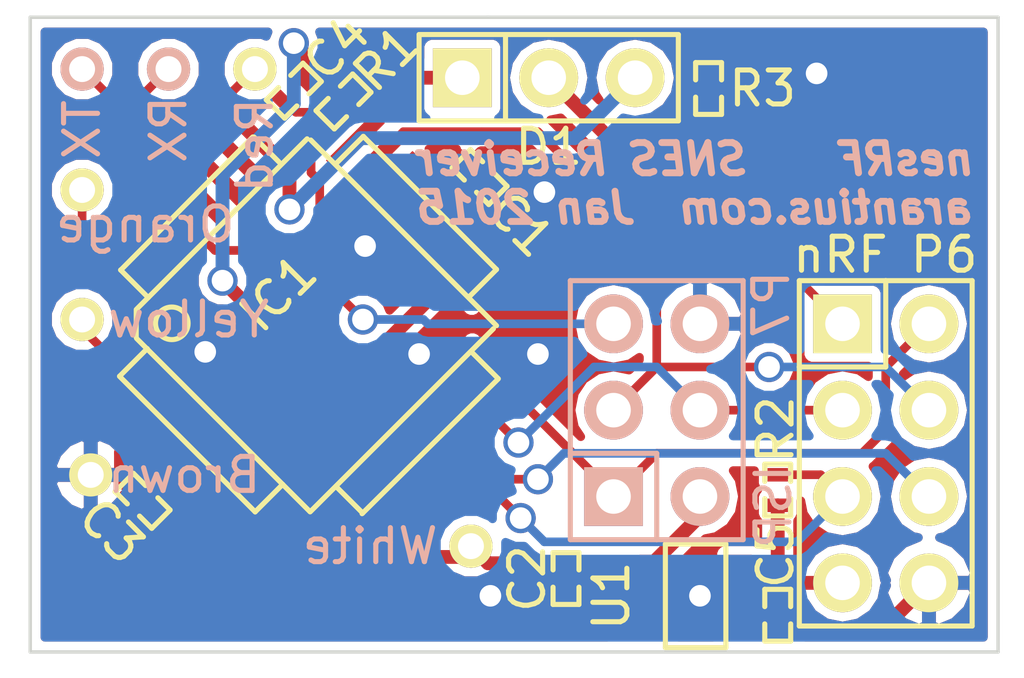
<source format=kicad_pcb>
(kicad_pcb (version 4) (host pcbnew "(2014-10-27 BZR 5228)-product")

  (general
    (links 46)
    (no_connects 0)
    (area 126.949999 76.149999 155.498001 94.919001)
    (thickness 1.6)
    (drawings 16)
    (tracks 184)
    (zones 0)
    (modules 20)
    (nets 19)
  )

  (page A4)
  (layers
    (0 F.Cu signal)
    (31 B.Cu signal)
    (32 B.Adhes user)
    (33 F.Adhes user)
    (34 B.Paste user)
    (35 F.Paste user)
    (36 B.SilkS user)
    (37 F.SilkS user)
    (38 B.Mask user)
    (39 F.Mask user)
    (40 Dwgs.User user)
    (41 Cmts.User user)
    (42 Eco1.User user)
    (43 Eco2.User user)
    (44 Edge.Cuts user)
    (45 Margin user)
    (46 B.CrtYd user)
    (47 F.CrtYd user)
    (48 B.Fab user)
    (49 F.Fab user)
  )

  (setup
    (last_trace_width 0.254)
    (trace_clearance 0.254)
    (zone_clearance 0.254)
    (zone_45_only no)
    (trace_min 0.254)
    (segment_width 0.2)
    (edge_width 0.1)
    (via_size 0.889)
    (via_drill 0.635)
    (via_min_size 0.889)
    (via_min_drill 0.508)
    (uvia_size 0.508)
    (uvia_drill 0.127)
    (uvias_allowed no)
    (uvia_min_size 0.508)
    (uvia_min_drill 0.127)
    (pcb_text_width 0.3)
    (pcb_text_size 1.5 1.5)
    (mod_edge_width 0.15)
    (mod_text_size 1 1)
    (mod_text_width 0.15)
    (pad_size 1.4 1.1)
    (pad_drill 0)
    (pad_to_mask_clearance 0)
    (aux_axis_origin 127 76.2)
    (grid_origin 127 76.2)
    (visible_elements 7FFFFF7F)
    (pcbplotparams
      (layerselection 0x010fc_80000001)
      (usegerberextensions true)
      (excludeedgelayer true)
      (linewidth 0.100000)
      (plotframeref false)
      (viasonmask false)
      (mode 1)
      (useauxorigin true)
      (hpglpennumber 1)
      (hpglpenspeed 20)
      (hpglpendiameter 15)
      (hpglpenoverlay 2)
      (psnegative false)
      (psa4output false)
      (plotreference true)
      (plotvalue true)
      (plotinvisibletext false)
      (padsonsilk false)
      (subtractmaskfromsilk true)
      (outputformat 1)
      (mirror false)
      (drillshape 0)
      (scaleselection 1)
      (outputdirectory ""))
  )

  (net 0 "")
  (net 1 /Data)
  (net 2 /Clock)
  (net 3 /Latch)
  (net 4 /~RST)
  (net 5 /MOSI)
  (net 6 /MISO)
  (net 7 /SCK)
  (net 8 /RF_IRQ)
  (net 9 /RF_CE)
  (net 10 /RF_CSN)
  (net 11 /Green)
  (net 12 /Yellow)
  (net 13 /LEDCommon)
  (net 14 +5V)
  (net 15 GND)
  (net 16 /SER_RX)
  (net 17 /SER_TX)
  (net 18 /2.5v)

  (net_class Default "This is the default net class."
    (clearance 0.254)
    (trace_width 0.254)
    (via_dia 0.889)
    (via_drill 0.635)
    (uvia_dia 0.508)
    (uvia_drill 0.127)
    (add_net /2.5v)
    (add_net /Clock)
    (add_net /Data)
    (add_net /Latch)
    (add_net /MISO)
    (add_net /MOSI)
    (add_net /RF_CE)
    (add_net /RF_CSN)
    (add_net /RF_IRQ)
    (add_net /SCK)
    (add_net /SER_RX)
    (add_net /SER_TX)
    (add_net /~RST)
  )

  (net_class Power ""
    (clearance 0.254)
    (trace_width 0.4064)
    (via_dia 0.889)
    (via_drill 0.635)
    (uvia_dia 0.508)
    (uvia_drill 0.127)
    (add_net +5V)
    (add_net /Green)
    (add_net /LEDCommon)
    (add_net /Yellow)
    (add_net GND)
  )

  (module nesRF:Small_1x_Pad (layer F.Cu) (tedit 548DB7F2) (tstamp 54A998F3)
    (at 139.954 91.7575)
    (path /548DB928)
    (fp_text reference P1 (at 0 1.651) (layer F.SilkS) hide
      (effects (font (size 1 1) (thickness 0.15)))
    )
    (fp_text value +5v (at 0 -2.413 90) (layer F.SilkS) hide
      (effects (font (size 1 1) (thickness 0.15)))
    )
    (pad 1 thru_hole circle (at 0 0) (size 1.27 1.27) (drill 0.762) (layers *.Cu *.Mask F.SilkS)
      (net 14 +5V))
  )

  (module Pin_Headers:Pin_Header_Straight_1x03 (layer F.Cu) (tedit 54A9A697) (tstamp 54A9AE7B)
    (at 142.24 77.978)
    (descr "Through hole pin header")
    (tags "pin header")
    (path /548A6224)
    (fp_text reference D1 (at 0 2.032) (layer F.SilkS)
      (effects (font (size 1 1) (thickness 0.15)))
    )
    (fp_text value BI_LED (at 0 -2.6035) (layer F.SilkS) hide
      (effects (font (size 1 1) (thickness 0.15)))
    )
    (fp_line (start -1.27 1.27) (end 3.81 1.27) (layer F.SilkS) (width 0.15))
    (fp_line (start 3.81 1.27) (end 3.81 -1.27) (layer F.SilkS) (width 0.15))
    (fp_line (start 3.81 -1.27) (end -1.27 -1.27) (layer F.SilkS) (width 0.15))
    (fp_line (start -3.81 -1.27) (end -1.27 -1.27) (layer F.SilkS) (width 0.15))
    (fp_line (start -1.27 -1.27) (end -1.27 1.27) (layer F.SilkS) (width 0.15))
    (fp_line (start -3.81 -1.27) (end -3.81 1.27) (layer F.SilkS) (width 0.15))
    (fp_line (start -3.81 1.27) (end -1.27 1.27) (layer F.SilkS) (width 0.15))
    (pad 1 thru_hole rect (at -2.54 0) (size 1.7272 1.7272) (drill 1.016) (layers *.Cu *.Mask F.SilkS)
      (net 11 /Green))
    (pad 2 thru_hole oval (at 0 0) (size 1.7272 1.7272) (drill 1.016) (layers *.Cu *.Mask F.SilkS)
      (net 13 /LEDCommon))
    (pad 3 thru_hole oval (at 2.54 0) (size 1.7272 1.7272) (drill 1.016) (layers *.Cu *.Mask F.SilkS)
      (net 12 /Yellow))
  )

  (module Pin_Headers:Pin_Header_Straight_2x04 (layer F.Cu) (tedit 54A9D829) (tstamp 548A3A6B)
    (at 152.146 89.027 270)
    (descr "Through hole pin header")
    (tags "pin header")
    (path /54890EED)
    (fp_text reference P6 (at -5.842 -1.7145 360) (layer F.SilkS)
      (effects (font (size 1 1) (thickness 0.15)))
    )
    (fp_text value nRF (at -5.842 1.3335 360) (layer F.SilkS)
      (effects (font (size 1 1) (thickness 0.15)))
    )
    (fp_line (start -2.54 2.54) (end 5.08 2.54) (layer F.SilkS) (width 0.15))
    (fp_line (start 5.08 2.54) (end 5.08 -2.54) (layer F.SilkS) (width 0.15))
    (fp_line (start 5.08 -2.54) (end -5.08 -2.54) (layer F.SilkS) (width 0.15))
    (fp_line (start -5.08 -2.54) (end -5.08 0) (layer F.SilkS) (width 0.15))
    (fp_line (start -5.08 2.54) (end -2.54 2.54) (layer F.SilkS) (width 0.15))
    (fp_line (start -5.08 0) (end -2.54 0) (layer F.SilkS) (width 0.15))
    (fp_line (start -2.54 0) (end -2.54 2.54) (layer F.SilkS) (width 0.15))
    (fp_line (start -5.08 2.54) (end -5.08 0) (layer F.SilkS) (width 0.15))
    (pad 1 thru_hole rect (at -3.81 1.27 270) (size 1.7272 1.7272) (drill 1.016) (layers *.Cu *.Mask F.SilkS)
      (net 8 /RF_IRQ))
    (pad 2 thru_hole oval (at -3.81 -1.27 270) (size 1.7272 1.7272) (drill 1.016) (layers *.Cu *.Mask F.SilkS)
      (net 6 /MISO))
    (pad 3 thru_hole oval (at -1.27 1.27 270) (size 1.7272 1.7272) (drill 1.016) (layers *.Cu *.Mask F.SilkS)
      (net 5 /MOSI))
    (pad 4 thru_hole oval (at -1.27 -1.27 270) (size 1.7272 1.7272) (drill 1.016) (layers *.Cu *.Mask F.SilkS)
      (net 7 /SCK))
    (pad 5 thru_hole oval (at 1.27 1.27 270) (size 1.7272 1.7272) (drill 1.016) (layers *.Cu *.Mask F.SilkS)
      (net 10 /RF_CSN))
    (pad 6 thru_hole oval (at 1.27 -1.27 270) (size 1.7272 1.7272) (drill 1.016) (layers *.Cu *.Mask F.SilkS)
      (net 9 /RF_CE))
    (pad 7 thru_hole oval (at 3.81 1.27 270) (size 1.7272 1.7272) (drill 1.016) (layers *.Cu *.Mask F.SilkS)
      (net 18 /2.5v))
    (pad 8 thru_hole oval (at 3.81 -1.27 270) (size 1.7272 1.7272) (drill 1.016) (layers *.Cu *.Mask F.SilkS)
      (net 15 GND))
  )

  (module nesRF:Small_1x_Pad (layer F.Cu) (tedit 548DB7FE) (tstamp 54A998ED)
    (at 128.524 85.09)
    (path /548DB59E)
    (fp_text reference P2 (at 0 1.651) (layer F.SilkS) hide
      (effects (font (size 1 1) (thickness 0.15)))
    )
    (fp_text value Clock (at 0 -2.9845 90) (layer F.SilkS) hide
      (effects (font (size 1 1) (thickness 0.15)))
    )
    (pad 1 thru_hole circle (at 0 0) (size 1.27 1.27) (drill 0.762) (layers *.Cu *.Mask F.SilkS)
      (net 2 /Clock))
  )

  (module nesRF:Small_1x_Pad (layer F.Cu) (tedit 548DB805) (tstamp 54A998E7)
    (at 128.524 81.28)
    (path /548DB66E)
    (fp_text reference P3 (at 0 1.651) (layer F.SilkS) hide
      (effects (font (size 1 1) (thickness 0.15)))
    )
    (fp_text value Latch (at 0 -2.8575 90) (layer F.SilkS) hide
      (effects (font (size 1 1) (thickness 0.15)))
    )
    (pad 1 thru_hole circle (at 0 0) (size 1.27 1.27) (drill 0.762) (layers *.Cu *.Mask F.SilkS)
      (net 3 /Latch))
  )

  (module nesRF:Small_1x_Pad (layer F.Cu) (tedit 548DB7FB) (tstamp 54A998E1)
    (at 133.604 77.724)
    (path /548DB68F)
    (fp_text reference P4 (at 0 1.651) (layer F.SilkS) hide
      (effects (font (size 1 1) (thickness 0.15)))
    )
    (fp_text value Data (at 0 -2.54 90) (layer F.SilkS) hide
      (effects (font (size 1 1) (thickness 0.15)))
    )
    (pad 1 thru_hole circle (at 0 0) (size 1.27 1.27) (drill 0.762) (layers *.Cu *.Mask F.SilkS)
      (net 1 /Data))
  )

  (module nesRF:Small_1x_Pad (layer F.Cu) (tedit 548DB801) (tstamp 54A998DB)
    (at 128.778 89.662 45)
    (path /548DB6FB)
    (fp_text reference P5 (at 0 1.651 45) (layer F.SilkS) hide
      (effects (font (size 1 1) (thickness 0.15)))
    )
    (fp_text value GND (at 0 -2.413 135) (layer F.SilkS) hide
      (effects (font (size 1 1) (thickness 0.15)))
    )
    (pad 1 thru_hole circle (at 0 0 45) (size 1.27 1.27) (drill 0.762) (layers *.Cu *.Mask F.SilkS)
      (net 15 GND))
  )

  (module SMD_Packages:SMD-0402_c (layer F.Cu) (tedit 54A9BC7D) (tstamp 54A998AE)
    (at 140.208 80.899 135)
    (path /54890E48)
    (attr smd)
    (fp_text reference C1 (at -1.840953 -0.134704 315) (layer F.SilkS)
      (effects (font (size 1 1) (thickness 0.15)))
    )
    (fp_text value 0.1u (at 0.09906 0 135) (layer F.SilkS) hide
      (effects (font (size 1 1) (thickness 0.15)))
    )
    (fp_line (start -0.254 -0.381) (end -0.762 -0.381) (layer F.SilkS) (width 0.15))
    (fp_line (start -0.762 -0.381) (end -0.762 0.381) (layer F.SilkS) (width 0.15))
    (fp_line (start -0.762 0.381) (end -0.254 0.381) (layer F.SilkS) (width 0.15))
    (fp_line (start 0.254 -0.381) (end 0.762 -0.381) (layer F.SilkS) (width 0.15))
    (fp_line (start 0.762 -0.381) (end 0.762 0.381) (layer F.SilkS) (width 0.15))
    (fp_line (start 0.762 0.381) (end 0.254 0.381) (layer F.SilkS) (width 0.15))
    (pad 1 smd rect (at -0.44958 0 135) (size 0.39878 0.59944) (layers F.Cu F.Paste F.Mask)
      (net 14 +5V))
    (pad 2 smd rect (at 0.44958 0 135) (size 0.39878 0.59944) (layers F.Cu F.Paste F.Mask)
      (net 15 GND))
    (model smd/Capacitors/C0402.wrl
      (at (xyz 0 0 0))
      (scale (xyz 0.27 0.27 0.27))
      (rotate (xyz 0 0 0))
    )
  )

  (module SMD_Packages:SMD-0402_c (layer F.Cu) (tedit 54A9BD4D) (tstamp 54A998A1)
    (at 142.748 92.71 90)
    (path /54891DF6)
    (attr smd)
    (fp_text reference C2 (at 0 -1.143 90) (layer F.SilkS)
      (effects (font (size 1 1) (thickness 0.15)))
    )
    (fp_text value 0.1u (at 0.09906 0 90) (layer F.SilkS) hide
      (effects (font (size 1 1) (thickness 0.15)))
    )
    (fp_line (start -0.254 -0.381) (end -0.762 -0.381) (layer F.SilkS) (width 0.15))
    (fp_line (start -0.762 -0.381) (end -0.762 0.381) (layer F.SilkS) (width 0.15))
    (fp_line (start -0.762 0.381) (end -0.254 0.381) (layer F.SilkS) (width 0.15))
    (fp_line (start 0.254 -0.381) (end 0.762 -0.381) (layer F.SilkS) (width 0.15))
    (fp_line (start 0.762 -0.381) (end 0.762 0.381) (layer F.SilkS) (width 0.15))
    (fp_line (start 0.762 0.381) (end 0.254 0.381) (layer F.SilkS) (width 0.15))
    (pad 1 smd rect (at -0.44958 0 90) (size 0.39878 0.59944) (layers F.Cu F.Paste F.Mask)
      (net 15 GND))
    (pad 2 smd rect (at 0.44958 0 90) (size 0.39878 0.59944) (layers F.Cu F.Paste F.Mask)
      (net 14 +5V))
    (model smd/Capacitors/C0402.wrl
      (at (xyz 0 0 0))
      (scale (xyz 0.27 0.27 0.27))
      (rotate (xyz 0 0 0))
    )
  )

  (module SMD_Packages:SMD-0402_c (layer F.Cu) (tedit 54A99CB2) (tstamp 54A99894)
    (at 130.302 90.424 135)
    (path /548DB3A2)
    (attr smd)
    (fp_text reference C3 (at 0.020703 -1.2775 135) (layer F.SilkS)
      (effects (font (size 1 1) (thickness 0.15)))
    )
    (fp_text value 0.1u (at 0.09906 0 135) (layer F.SilkS) hide
      (effects (font (size 1 1) (thickness 0.15)))
    )
    (fp_line (start -0.254 -0.381) (end -0.762 -0.381) (layer F.SilkS) (width 0.15))
    (fp_line (start -0.762 -0.381) (end -0.762 0.381) (layer F.SilkS) (width 0.15))
    (fp_line (start -0.762 0.381) (end -0.254 0.381) (layer F.SilkS) (width 0.15))
    (fp_line (start 0.254 -0.381) (end 0.762 -0.381) (layer F.SilkS) (width 0.15))
    (fp_line (start 0.762 -0.381) (end 0.762 0.381) (layer F.SilkS) (width 0.15))
    (fp_line (start 0.762 0.381) (end 0.254 0.381) (layer F.SilkS) (width 0.15))
    (pad 1 smd rect (at -0.44958 0 135) (size 0.39878 0.59944) (layers F.Cu F.Paste F.Mask)
      (net 14 +5V))
    (pad 2 smd rect (at 0.44958 0 135) (size 0.39878 0.59944) (layers F.Cu F.Paste F.Mask)
      (net 15 GND))
    (model smd/Capacitors/C0402.wrl
      (at (xyz 0 0 0))
      (scale (xyz 0.27 0.27 0.27))
      (rotate (xyz 0 0 0))
    )
  )

  (module SMD_Packages:SMD-0402_c (layer F.Cu) (tedit 54A9AC69) (tstamp 54A9AC6A)
    (at 134.747 78.359 45)
    (path /548DEAAE)
    (attr smd)
    (fp_text reference C4 (at 1.778 0 45) (layer F.SilkS)
      (effects (font (size 1 1) (thickness 0.15)))
    )
    (fp_text value 0.1u (at 0.09906 0 45) (layer F.SilkS) hide
      (effects (font (size 1 1) (thickness 0.15)))
    )
    (fp_line (start -0.254 -0.381) (end -0.762 -0.381) (layer F.SilkS) (width 0.15))
    (fp_line (start -0.762 -0.381) (end -0.762 0.381) (layer F.SilkS) (width 0.15))
    (fp_line (start -0.762 0.381) (end -0.254 0.381) (layer F.SilkS) (width 0.15))
    (fp_line (start 0.254 -0.381) (end 0.762 -0.381) (layer F.SilkS) (width 0.15))
    (fp_line (start 0.762 -0.381) (end 0.762 0.381) (layer F.SilkS) (width 0.15))
    (fp_line (start 0.762 0.381) (end 0.254 0.381) (layer F.SilkS) (width 0.15))
    (pad 1 smd rect (at -0.44958 0 45) (size 0.39878 0.59944) (layers F.Cu F.Paste F.Mask)
      (net 4 /~RST))
    (pad 2 smd rect (at 0.44958 0 45) (size 0.39878 0.59944) (layers F.Cu F.Paste F.Mask)
      (net 14 +5V))
    (model smd/Capacitors/C0402.wrl
      (at (xyz 0 0 0))
      (scale (xyz 0.27 0.27 0.27))
      (rotate (xyz 0 0 0))
    )
  )

  (module SMD_Packages:SMD-0402_c (layer F.Cu) (tedit 54A9BD56) (tstamp 54A9987A)
    (at 148.971 93.7895 90)
    (path /548FB6E3)
    (attr smd)
    (fp_text reference C5 (at 1.778 -0.0635 90) (layer F.SilkS)
      (effects (font (size 1 1) (thickness 0.15)))
    )
    (fp_text value 1u (at 0.09906 0 90) (layer F.SilkS) hide
      (effects (font (size 1 1) (thickness 0.15)))
    )
    (fp_line (start -0.254 -0.381) (end -0.762 -0.381) (layer F.SilkS) (width 0.15))
    (fp_line (start -0.762 -0.381) (end -0.762 0.381) (layer F.SilkS) (width 0.15))
    (fp_line (start -0.762 0.381) (end -0.254 0.381) (layer F.SilkS) (width 0.15))
    (fp_line (start 0.254 -0.381) (end 0.762 -0.381) (layer F.SilkS) (width 0.15))
    (fp_line (start 0.762 -0.381) (end 0.762 0.381) (layer F.SilkS) (width 0.15))
    (fp_line (start 0.762 0.381) (end 0.254 0.381) (layer F.SilkS) (width 0.15))
    (pad 1 smd rect (at -0.44958 0 90) (size 0.39878 0.59944) (layers F.Cu F.Paste F.Mask)
      (net 15 GND))
    (pad 2 smd rect (at 0.44958 0 90) (size 0.39878 0.59944) (layers F.Cu F.Paste F.Mask)
      (net 18 /2.5v))
    (model smd/Capacitors/C0402.wrl
      (at (xyz 0 0 0))
      (scale (xyz 0.27 0.27 0.27))
      (rotate (xyz 0 0 0))
    )
  )

  (module SMD_Packages:TQFP-32 (layer F.Cu) (tedit 54A99C5A) (tstamp 54A9986D)
    (at 135.1915 85.217 45)
    (path /548921E2)
    (fp_text reference IC1 (at 0 -1.27 45) (layer F.SilkS)
      (effects (font (size 1 1) (thickness 0.15)))
    )
    (fp_text value ATMEGA328-A (at 0 1.905 45) (layer F.SilkS) hide
      (effects (font (size 1 1) (thickness 0.15)))
    )
    (fp_line (start 5.0292 2.7686) (end 3.8862 2.7686) (layer F.SilkS) (width 0.15))
    (fp_line (start 5.0292 -2.7686) (end 3.9116 -2.7686) (layer F.SilkS) (width 0.15))
    (fp_line (start 5.0292 2.7686) (end 5.0292 -2.7686) (layer F.SilkS) (width 0.15))
    (fp_line (start 2.794 3.9624) (end 2.794 5.0546) (layer F.SilkS) (width 0.15))
    (fp_line (start -2.8194 3.9878) (end -2.8194 5.0546) (layer F.SilkS) (width 0.15))
    (fp_line (start -2.8448 5.0546) (end 2.794 5.08) (layer F.SilkS) (width 0.15))
    (fp_line (start -2.794 -5.0292) (end 2.7178 -5.0546) (layer F.SilkS) (width 0.15))
    (fp_line (start -3.8862 -3.2766) (end -3.8862 3.9116) (layer F.SilkS) (width 0.15))
    (fp_line (start 2.7432 -5.0292) (end 2.7432 -3.9878) (layer F.SilkS) (width 0.15))
    (fp_line (start -3.2512 -3.8862) (end 3.81 -3.8862) (layer F.SilkS) (width 0.15))
    (fp_line (start 3.8608 3.937) (end 3.8608 -3.7846) (layer F.SilkS) (width 0.15))
    (fp_line (start -3.8862 3.937) (end 3.7338 3.937) (layer F.SilkS) (width 0.15))
    (fp_line (start -5.0292 -2.8448) (end -5.0292 2.794) (layer F.SilkS) (width 0.15))
    (fp_line (start -5.0292 2.794) (end -3.8862 2.794) (layer F.SilkS) (width 0.15))
    (fp_line (start -3.87604 -3.302) (end -3.29184 -3.8862) (layer F.SilkS) (width 0.15))
    (fp_line (start -5.02412 -2.8448) (end -3.87604 -2.8448) (layer F.SilkS) (width 0.15))
    (fp_line (start -2.794 -3.8862) (end -2.794 -5.03428) (layer F.SilkS) (width 0.15))
    (fp_circle (center -2.83972 -2.86004) (end -2.43332 -2.60604) (layer F.SilkS) (width 0.15))
    (pad 8 smd rect (at -4.81584 2.77622 45) (size 1.99898 0.44958) (layers F.Cu F.Paste F.Mask))
    (pad 7 smd rect (at -4.81584 1.97612 45) (size 1.99898 0.44958) (layers F.Cu F.Paste F.Mask))
    (pad 6 smd rect (at -4.81584 1.17602 45) (size 1.99898 0.44958) (layers F.Cu F.Paste F.Mask)
      (net 14 +5V))
    (pad 5 smd rect (at -4.81584 0.37592 45) (size 1.99898 0.44958) (layers F.Cu F.Paste F.Mask)
      (net 15 GND))
    (pad 4 smd rect (at -4.81584 -0.42418 45) (size 1.99898 0.44958) (layers F.Cu F.Paste F.Mask)
      (net 14 +5V))
    (pad 3 smd rect (at -4.81584 -1.22428 45) (size 1.99898 0.44958) (layers F.Cu F.Paste F.Mask)
      (net 15 GND))
    (pad 2 smd rect (at -4.81584 -2.02438 45) (size 1.99898 0.44958) (layers F.Cu F.Paste F.Mask))
    (pad 1 smd rect (at -4.81584 -2.82448 45) (size 1.99898 0.44958) (layers F.Cu F.Paste F.Mask)
      (net 2 /Clock))
    (pad 24 smd rect (at 4.7498 -2.8194 45) (size 1.99898 0.44958) (layers F.Cu F.Paste F.Mask)
      (net 11 /Green))
    (pad 17 smd rect (at 4.7498 2.794 45) (size 1.99898 0.44958) (layers F.Cu F.Paste F.Mask)
      (net 7 /SCK))
    (pad 18 smd rect (at 4.7498 1.9812 45) (size 1.99898 0.44958) (layers F.Cu F.Paste F.Mask)
      (net 14 +5V))
    (pad 19 smd rect (at 4.7498 1.1684 45) (size 1.99898 0.44958) (layers F.Cu F.Paste F.Mask))
    (pad 20 smd rect (at 4.7498 0.381 45) (size 1.99898 0.44958) (layers F.Cu F.Paste F.Mask))
    (pad 21 smd rect (at 4.7498 -0.4318 45) (size 1.99898 0.44958) (layers F.Cu F.Paste F.Mask)
      (net 15 GND))
    (pad 22 smd rect (at 4.7498 -1.2192 45) (size 1.99898 0.44958) (layers F.Cu F.Paste F.Mask))
    (pad 23 smd rect (at 4.7498 -2.032 45) (size 1.99898 0.44958) (layers F.Cu F.Paste F.Mask)
      (net 8 /RF_IRQ))
    (pad 32 smd rect (at -2.82448 -4.826 45) (size 0.44958 1.99898) (layers F.Cu F.Paste F.Mask)
      (net 3 /Latch))
    (pad 31 smd rect (at -2.02692 -4.826 45) (size 0.44958 1.99898) (layers F.Cu F.Paste F.Mask)
      (net 17 /SER_TX))
    (pad 30 smd rect (at -1.22428 -4.826 45) (size 0.44958 1.99898) (layers F.Cu F.Paste F.Mask)
      (net 16 /SER_RX))
    (pad 29 smd rect (at -0.42672 -4.826 45) (size 0.44958 1.99898) (layers F.Cu F.Paste F.Mask)
      (net 4 /~RST))
    (pad 28 smd rect (at 0.37592 -4.826 45) (size 0.44958 1.99898) (layers F.Cu F.Paste F.Mask))
    (pad 27 smd rect (at 1.17348 -4.826 45) (size 0.44958 1.99898) (layers F.Cu F.Paste F.Mask))
    (pad 26 smd rect (at 1.97612 -4.826 45) (size 0.44958 1.99898) (layers F.Cu F.Paste F.Mask)
      (net 1 /Data))
    (pad 25 smd rect (at 2.77368 -4.826 45) (size 0.44958 1.99898) (layers F.Cu F.Paste F.Mask)
      (net 12 /Yellow))
    (pad 9 smd rect (at -2.8194 4.7752 45) (size 0.44958 1.99898) (layers F.Cu F.Paste F.Mask))
    (pad 10 smd rect (at -2.032 4.7752 45) (size 0.44958 1.99898) (layers F.Cu F.Paste F.Mask))
    (pad 11 smd rect (at -1.2192 4.7752 45) (size 0.44958 1.99898) (layers F.Cu F.Paste F.Mask))
    (pad 12 smd rect (at -0.4318 4.7752 45) (size 0.44958 1.99898) (layers F.Cu F.Paste F.Mask))
    (pad 13 smd rect (at 0.3556 4.7752 45) (size 0.44958 1.99898) (layers F.Cu F.Paste F.Mask)
      (net 10 /RF_CSN))
    (pad 14 smd rect (at 1.1684 4.7752 45) (size 0.44958 1.99898) (layers F.Cu F.Paste F.Mask)
      (net 9 /RF_CE))
    (pad 15 smd rect (at 1.9812 4.7752 45) (size 0.44958 1.99898) (layers F.Cu F.Paste F.Mask)
      (net 5 /MOSI))
    (pad 16 smd rect (at 2.794 4.7752 45) (size 0.44958 1.99898) (layers F.Cu F.Paste F.Mask)
      (net 6 /MISO))
    (model smd/tqfp32.wrl
      (at (xyz 0 0 0))
      (scale (xyz 1 1 1))
      (rotate (xyz 0 0 0))
    )
  )

  (module Pin_Headers:Pin_Header_Straight_2x03 (layer B.Cu) (tedit 54A99C4A) (tstamp 54A99836)
    (at 145.415 87.757 90)
    (descr "Through hole pin header")
    (tags "pin header")
    (path /5489134F)
    (fp_text reference P7 (at 3.1115 3.3655 90) (layer B.SilkS)
      (effects (font (size 1 1) (thickness 0.15)) (justify mirror))
    )
    (fp_text value ISP (at 0 0 90) (layer B.SilkS) hide
      (effects (font (size 1 1) (thickness 0.15)) (justify mirror))
    )
    (fp_line (start -3.81 0) (end -1.27 0) (layer B.SilkS) (width 0.15))
    (fp_line (start -1.27 0) (end -1.27 -2.54) (layer B.SilkS) (width 0.15))
    (fp_line (start -3.81 -2.54) (end 3.81 -2.54) (layer B.SilkS) (width 0.15))
    (fp_line (start 3.81 -2.54) (end 3.81 2.54) (layer B.SilkS) (width 0.15))
    (fp_line (start 3.81 2.54) (end -1.27 2.54) (layer B.SilkS) (width 0.15))
    (fp_line (start -3.81 -2.54) (end -3.81 0) (layer B.SilkS) (width 0.15))
    (fp_line (start -3.81 2.54) (end -3.81 0) (layer B.SilkS) (width 0.15))
    (fp_line (start -1.27 2.54) (end -3.81 2.54) (layer B.SilkS) (width 0.15))
    (pad 1 thru_hole rect (at -2.54 -1.27 90) (size 1.7272 1.7272) (drill 1.016) (layers *.Cu *.Mask B.SilkS)
      (net 6 /MISO))
    (pad 2 thru_hole oval (at -2.54 1.27 90) (size 1.7272 1.7272) (drill 1.016) (layers *.Cu *.Mask B.SilkS)
      (net 14 +5V))
    (pad 3 thru_hole oval (at 0 -1.27 90) (size 1.7272 1.7272) (drill 1.016) (layers *.Cu *.Mask B.SilkS)
      (net 7 /SCK))
    (pad 4 thru_hole oval (at 0 1.27 90) (size 1.7272 1.7272) (drill 1.016) (layers *.Cu *.Mask B.SilkS)
      (net 5 /MOSI))
    (pad 5 thru_hole oval (at 2.54 -1.27 90) (size 1.7272 1.7272) (drill 1.016) (layers *.Cu *.Mask B.SilkS)
      (net 4 /~RST))
    (pad 6 thru_hole oval (at 2.54 1.27 90) (size 1.7272 1.7272) (drill 1.016) (layers *.Cu *.Mask B.SilkS)
      (net 15 GND))
  )

  (module nesRF:Small_1x_Pad (layer B.Cu) (tedit 54A9D831) (tstamp 54A9D857)
    (at 131.064 77.724)
    (path /5495E84E)
    (fp_text reference P8 (at 0 -1.651) (layer B.SilkS) hide
      (effects (font (size 1 1) (thickness 0.15)) (justify mirror))
    )
    (fp_text value RX (at 0 1.778 90) (layer B.SilkS)
      (effects (font (size 1 1) (thickness 0.15)) (justify mirror))
    )
    (pad 1 thru_hole circle (at 0 0) (size 1.27 1.27) (drill 0.762) (layers *.Cu *.Mask B.SilkS)
      (net 16 /SER_RX))
  )

  (module nesRF:Small_1x_Pad (layer B.Cu) (tedit 54A9A2E9) (tstamp 54A9981D)
    (at 128.524 77.724)
    (path /5495E867)
    (fp_text reference P9 (at 0 -1.651) (layer B.SilkS) hide
      (effects (font (size 1 1) (thickness 0.15)) (justify mirror))
    )
    (fp_text value TX (at 0 1.778 270) (layer B.SilkS)
      (effects (font (size 1 1) (thickness 0.15)) (justify mirror))
    )
    (pad 1 thru_hole circle (at 0 0) (size 1.27 1.27) (drill 0.762) (layers *.Cu *.Mask B.SilkS)
      (net 17 /SER_TX))
  )

  (module SMD_Packages:SMD-0402_r (layer F.Cu) (tedit 54A9AC6F) (tstamp 54A99817)
    (at 136.2075 78.6765 45)
    (path /54891382)
    (attr smd)
    (fp_text reference R1 (at 1.778 0 45) (layer F.SilkS)
      (effects (font (size 1 1) (thickness 0.15)))
    )
    (fp_text value 10k (at 0.09906 0 45) (layer F.SilkS) hide
      (effects (font (size 1 1) (thickness 0.15)))
    )
    (fp_line (start -0.254 -0.381) (end -0.762 -0.381) (layer F.SilkS) (width 0.15))
    (fp_line (start -0.762 -0.381) (end -0.762 0.381) (layer F.SilkS) (width 0.15))
    (fp_line (start -0.762 0.381) (end -0.254 0.381) (layer F.SilkS) (width 0.15))
    (fp_line (start 0.254 -0.381) (end 0.762 -0.381) (layer F.SilkS) (width 0.15))
    (fp_line (start 0.762 -0.381) (end 0.762 0.381) (layer F.SilkS) (width 0.15))
    (fp_line (start 0.762 0.381) (end 0.254 0.381) (layer F.SilkS) (width 0.15))
    (pad 1 smd rect (at -0.44958 0 45) (size 0.39878 0.59944) (layers F.Cu F.Paste F.Mask)
      (net 4 /~RST))
    (pad 2 smd rect (at 0.44958 0 45) (size 0.39878 0.59944) (layers F.Cu F.Paste F.Mask)
      (net 14 +5V))
    (model smd/resistors/r_0402.wrl
      (at (xyz 0 0 0))
      (scale (xyz 1 1 1))
      (rotate (xyz 0 0 0))
    )
  )

  (module SMD_Packages:SMD-0402_r (layer F.Cu) (tedit 54A9BD5B) (tstamp 54A9980A)
    (at 148.971 90.1065 90)
    (path /54891606)
    (attr smd)
    (fp_text reference R2 (at 1.778 -0.0635 90) (layer F.SilkS)
      (effects (font (size 1 1) (thickness 0.15)))
    )
    (fp_text value 10k (at 0.09906 0 90) (layer F.SilkS) hide
      (effects (font (size 1 1) (thickness 0.15)))
    )
    (fp_line (start -0.254 -0.381) (end -0.762 -0.381) (layer F.SilkS) (width 0.15))
    (fp_line (start -0.762 -0.381) (end -0.762 0.381) (layer F.SilkS) (width 0.15))
    (fp_line (start -0.762 0.381) (end -0.254 0.381) (layer F.SilkS) (width 0.15))
    (fp_line (start 0.254 -0.381) (end 0.762 -0.381) (layer F.SilkS) (width 0.15))
    (fp_line (start 0.762 -0.381) (end 0.762 0.381) (layer F.SilkS) (width 0.15))
    (fp_line (start 0.762 0.381) (end 0.254 0.381) (layer F.SilkS) (width 0.15))
    (pad 1 smd rect (at -0.44958 0 90) (size 0.39878 0.59944) (layers F.Cu F.Paste F.Mask)
      (net 18 /2.5v))
    (pad 2 smd rect (at 0.44958 0 90) (size 0.39878 0.59944) (layers F.Cu F.Paste F.Mask)
      (net 10 /RF_CSN))
    (model smd/resistors/r_0402.wrl
      (at (xyz 0 0 0))
      (scale (xyz 1 1 1))
      (rotate (xyz 0 0 0))
    )
  )

  (module SMD_Packages:SMD-0402_r (layer F.Cu) (tedit 54A9BA90) (tstamp 54A997FD)
    (at 146.939 78.2955 270)
    (path /548A749B)
    (attr smd)
    (fp_text reference R3 (at 0 -1.5875 360) (layer F.SilkS)
      (effects (font (size 1 1) (thickness 0.15)))
    )
    (fp_text value 180 (at 0.09906 0 270) (layer F.SilkS) hide
      (effects (font (size 1 1) (thickness 0.15)))
    )
    (fp_line (start -0.254 -0.381) (end -0.762 -0.381) (layer F.SilkS) (width 0.15))
    (fp_line (start -0.762 -0.381) (end -0.762 0.381) (layer F.SilkS) (width 0.15))
    (fp_line (start -0.762 0.381) (end -0.254 0.381) (layer F.SilkS) (width 0.15))
    (fp_line (start 0.254 -0.381) (end 0.762 -0.381) (layer F.SilkS) (width 0.15))
    (fp_line (start 0.762 -0.381) (end 0.762 0.381) (layer F.SilkS) (width 0.15))
    (fp_line (start 0.762 0.381) (end 0.254 0.381) (layer F.SilkS) (width 0.15))
    (pad 1 smd rect (at -0.44958 0 270) (size 0.39878 0.59944) (layers F.Cu F.Paste F.Mask)
      (net 15 GND))
    (pad 2 smd rect (at 0.44958 0 270) (size 0.39878 0.59944) (layers F.Cu F.Paste F.Mask)
      (net 13 /LEDCommon))
    (model smd/resistors/r_0402.wrl
      (at (xyz 0 0 0))
      (scale (xyz 1 1 1))
      (rotate (xyz 0 0 0))
    )
  )

  (module SMD_Packages:SOT-23-5 (layer F.Cu) (tedit 54A9BD4A) (tstamp 54A99901)
    (at 146.558 93.218 270)
    (path /548916E3)
    (attr smd)
    (fp_text reference U1 (at 0 2.4765 450) (layer F.SilkS)
      (effects (font (size 1 1) (thickness 0.15)))
    )
    (fp_text value TCR2EF (at 0 0 270) (layer F.SilkS) hide
      (effects (font (size 1 1) (thickness 0.15)))
    )
    (fp_line (start 1.524 -0.889) (end 1.524 0.889) (layer F.SilkS) (width 0.15))
    (fp_line (start 1.524 0.889) (end -1.524 0.889) (layer F.SilkS) (width 0.15))
    (fp_line (start -1.524 0.889) (end -1.524 -0.889) (layer F.SilkS) (width 0.15))
    (fp_line (start -1.524 -0.889) (end 1.524 -0.889) (layer F.SilkS) (width 0.15))
    (pad 1 smd rect (at -0.9525 1.27 270) (size 0.508 0.762) (layers F.Cu F.Paste F.Mask)
      (net 14 +5V))
    (pad 3 smd rect (at 0.9525 1.27 270) (size 0.508 0.762) (layers F.Cu F.Paste F.Mask)
      (net 14 +5V))
    (pad 5 smd rect (at -0.9525 -1.27 270) (size 0.508 0.762) (layers F.Cu F.Paste F.Mask)
      (net 18 /2.5v))
    (pad 2 smd rect (at 0 1.27 270) (size 0.508 0.762) (layers F.Cu F.Paste F.Mask)
      (net 15 GND))
    (pad 4 smd rect (at 0.9525 -1.27 270) (size 0.508 0.762) (layers F.Cu F.Paste F.Mask))
    (model smd/SOT23_5.wrl
      (at (xyz 0 0 0))
      (scale (xyz 0.1 0.1 0.1))
      (rotate (xyz 0 0 0))
    )
  )

  (gr_text ISP (at 148.844 89.281 90) (layer B.SilkS)
    (effects (font (size 1 1) (thickness 0.15)) (justify left mirror))
  )
  (gr_line (start 140.462 76.2) (end 155.448 76.2) (angle 90) (layer Edge.Cuts) (width 0.1))
  (gr_line (start 140.716 79.502) (end 148.336 79.502) (angle 90) (layer Dwgs.User) (width 0.2))
  (gr_text White (at 139.065 91.7575) (layer B.SilkS)
    (effects (font (size 1 1) (thickness 0.15)) (justify left mirror))
  )
  (gr_text Yellow (at 134.112 85.09) (layer B.SilkS)
    (effects (font (size 1 1) (thickness 0.15)) (justify left mirror))
  )
  (gr_text Orange (at 133.096 82.296) (layer B.SilkS)
    (effects (font (size 1 1) (thickness 0.15)) (justify left mirror))
  )
  (gr_text Red (at 133.604 78.486 90) (layer B.SilkS)
    (effects (font (size 1 1) (thickness 0.15)) (justify left mirror))
  )
  (gr_text Brown (at 133.858 89.662) (layer B.SilkS)
    (effects (font (size 1 1) (thickness 0.15)) (justify left mirror))
  )
  (gr_line (start 127 94.869) (end 127 76.2) (angle 90) (layer Edge.Cuts) (width 0.1))
  (gr_line (start 155.448 94.869) (end 127 94.869) (angle 90) (layer Edge.Cuts) (width 0.1))
  (gr_line (start 127 76.2) (end 140.462 76.2) (angle 90) (layer Edge.Cuts) (width 0.1))
  (gr_text "nesRF    SNES Receiver\narantius.com  Jan 2015" (at 146.558 81.0895) (layer B.SilkS)
    (effects (font (size 0.889 0.889) (thickness 0.2032) italic) (justify mirror))
  )
  (gr_line (start 140.716 83.312) (end 140.716 79.502) (angle 90) (layer Dwgs.User) (width 0.2) (tstamp 548A43BE))
  (gr_line (start 148.336 83.312) (end 140.716 83.312) (angle 90) (layer Dwgs.User) (width 0.2))
  (gr_line (start 148.336 79.502) (end 148.336 83.312) (angle 90) (layer Dwgs.User) (width 0.2))
  (gr_line (start 155.448 76.2) (end 155.448 94.869) (angle 90) (layer Edge.Cuts) (width 0.1) (tstamp 548DC8FD))

  (segment (start 133.176331 80.407175) (end 132.334 79.564844) (width 0.254) (layer F.Cu) (net 1))
  (segment (start 132.334 78.994) (end 133.604 77.724) (width 0.254) (layer F.Cu) (net 1) (tstamp 54A9A345))
  (segment (start 132.334 79.564844) (end 132.334 78.994) (width 0.254) (layer F.Cu) (net 1) (tstamp 54A9A342))
  (segment (start 129.788978 86.625104) (end 128.524 85.360126) (width 0.254) (layer F.Cu) (net 2))
  (segment (start 128.524 85.360126) (end 128.524 85.09) (width 0.254) (layer F.Cu) (net 2) (tstamp 54A9A3EA))
  (segment (start 129.781794 83.801712) (end 128.524 82.543918) (width 0.254) (layer F.Cu) (net 3))
  (segment (start 128.524 82.543918) (end 128.524 81.28) (width 0.254) (layer F.Cu) (net 3) (tstamp 54A9A3DB))
  (segment (start 144.145 85.217) (end 138.684 85.217) (width 0.254) (layer B.Cu) (net 4))
  (via (at 136.779 85.09) (size 0.889) (layers F.Cu B.Cu) (net 4))
  (segment (start 136.779 85.09) (end 134.747 83.058) (width 0.254) (layer F.Cu) (net 4))
  (segment (start 138.557 85.09) (end 136.779 85.09) (width 0.254) (layer B.Cu) (net 4) (tstamp 54B05CE3))
  (segment (start 138.684 85.217) (end 138.557 85.09) (width 0.254) (layer B.Cu) (net 4) (tstamp 54B05CE0))
  (segment (start 135.889599 78.994401) (end 134.810099 78.994401) (width 0.254) (layer F.Cu) (net 4))
  (segment (start 134.810099 78.994401) (end 134.492599 78.676901) (width 0.254) (layer F.Cu) (net 4) (tstamp 54A9AD92))
  (segment (start 131.477266 82.106239) (end 132.429027 83.058) (width 0.254) (layer F.Cu) (net 4))
  (segment (start 135.255 79.629) (end 135.889599 78.994401) (width 0.254) (layer F.Cu) (net 4) (tstamp 54A9AD8F))
  (segment (start 135.255 80.773722) (end 135.255 79.629) (width 0.254) (layer F.Cu) (net 4) (tstamp 54A9AD8E))
  (segment (start 135.509 81.027722) (end 135.255 80.773722) (width 0.254) (layer F.Cu) (net 4) (tstamp 54A9AD8D))
  (segment (start 135.509 82.296) (end 135.509 81.027722) (width 0.254) (layer F.Cu) (net 4) (tstamp 54A9AD8C))
  (segment (start 134.747 83.058) (end 135.22325 82.58175) (width 0.254) (layer F.Cu) (net 4) (tstamp 54A9AD8B))
  (segment (start 135.22325 82.58175) (end 135.509 82.296) (width 0.254) (layer F.Cu) (net 4) (tstamp 54A9B0A5))
  (segment (start 132.429027 83.058) (end 134.747 83.058) (width 0.254) (layer F.Cu) (net 4) (tstamp 54A9AD8A))
  (segment (start 139.968996 87.192656) (end 139.968996 87.327496) (width 0.254) (layer F.Cu) (net 5))
  (segment (start 139.968996 87.327496) (end 141.351 88.7095) (width 0.254) (layer F.Cu) (net 5) (tstamp 54A9B361))
  (via (at 141.351 88.7095) (size 0.889) (layers F.Cu B.Cu) (net 5))
  (segment (start 141.351 88.7095) (end 143.5735 86.487) (width 0.254) (layer B.Cu) (net 5) (tstamp 54A9B368))
  (segment (start 143.5735 86.487) (end 145.415 86.487) (width 0.254) (layer B.Cu) (net 5) (tstamp 54A9B369))
  (segment (start 145.415 86.487) (end 146.685 87.757) (width 0.254) (layer B.Cu) (net 5) (tstamp 54A9B36B))
  (segment (start 150.876 87.757) (end 146.685 87.757) (width 0.254) (layer F.Cu) (net 5))
  (segment (start 144.145 90.297) (end 144.145 90.219187) (width 0.254) (layer F.Cu) (net 6))
  (segment (start 144.145 90.219187) (end 140.543733 86.61792) (width 0.254) (layer F.Cu) (net 6) (tstamp 54A9B2F6))
  (segment (start 153.416 85.217) (end 152.146 86.487) (width 0.254) (layer F.Cu) (net 6))
  (segment (start 145.415 89.027) (end 144.145 90.297) (width 0.254) (layer F.Cu) (net 6) (tstamp 54A9B2ED))
  (segment (start 151.4475 89.027) (end 145.415 89.027) (width 0.254) (layer F.Cu) (net 6) (tstamp 54A9B2E7))
  (segment (start 152.146 88.3285) (end 151.4475 89.027) (width 0.254) (layer F.Cu) (net 6) (tstamp 54A9B2E5))
  (segment (start 152.146 86.487) (end 152.146 88.3285) (width 0.254) (layer F.Cu) (net 6) (tstamp 54A9B2E1))
  (segment (start 153.416 87.757) (end 152.146 86.487) (width 0.254) (layer B.Cu) (net 7))
  (segment (start 148.717 86.487) (end 145.415 86.487) (width 0.254) (layer F.Cu) (net 7) (tstamp 54A9B459))
  (via (at 148.717 86.487) (size 0.889) (layers F.Cu B.Cu) (net 7))
  (segment (start 152.146 86.487) (end 148.717 86.487) (width 0.254) (layer B.Cu) (net 7) (tstamp 54A9B447))
  (segment (start 140.525772 83.834041) (end 141.365313 82.9945) (width 0.254) (layer F.Cu) (net 7))
  (segment (start 145.415 86.487) (end 144.145 87.757) (width 0.254) (layer F.Cu) (net 7) (tstamp 54A9B1C6))
  (segment (start 145.415 84.2645) (end 145.415 86.487) (width 0.254) (layer F.Cu) (net 7) (tstamp 54A9B1C2))
  (segment (start 144.145 82.9945) (end 145.415 84.2645) (width 0.254) (layer F.Cu) (net 7) (tstamp 54A9B1BB))
  (segment (start 141.365313 82.9945) (end 144.145 82.9945) (width 0.254) (layer F.Cu) (net 7) (tstamp 54A9B1B8))
  (segment (start 149.2885 83.6295) (end 145.9865 83.6295) (width 0.254) (layer F.Cu) (net 8))
  (segment (start 150.876 85.217) (end 149.2885 83.6295) (width 0.254) (layer F.Cu) (net 8) (tstamp 54A9B499))
  (segment (start 141.9225 79.5655) (end 145.9865 83.6295) (width 0.254) (layer F.Cu) (net 8) (tstamp 54A9B5DC))
  (segment (start 137.969318 79.5655) (end 137.113275 80.421543) (width 0.254) (layer F.Cu) (net 8))
  (segment (start 137.969318 79.5655) (end 140.2715 79.5655) (width 0.254) (layer F.Cu) (net 8) (tstamp 54A9B482))
  (segment (start 140.2715 79.5655) (end 141.9225 79.5655) (width 0.254) (layer F.Cu) (net 8))
  (segment (start 139.39426 87.767393) (end 140.342409 88.715542) (width 0.254) (layer F.Cu) (net 9))
  (segment (start 152.146 89.027) (end 153.416 90.297) (width 0.254) (layer B.Cu) (net 9) (tstamp 54A9B392))
  (segment (start 142.6845 89.027) (end 152.146 89.027) (width 0.254) (layer B.Cu) (net 9) (tstamp 54A9B38F))
  (segment (start 141.9225 89.789) (end 142.6845 89.027) (width 0.254) (layer B.Cu) (net 9) (tstamp 54A9B38E))
  (via (at 141.9225 89.789) (size 0.889) (layers F.Cu B.Cu) (net 9))
  (segment (start 140.984818 89.789) (end 141.9225 89.789) (width 0.254) (layer F.Cu) (net 9) (tstamp 54A9B38A))
  (segment (start 140.342409 89.146591) (end 140.984818 89.789) (width 0.254) (layer F.Cu) (net 9) (tstamp 54A9B387))
  (segment (start 140.342409 88.715542) (end 140.342409 89.146591) (width 0.254) (layer F.Cu) (net 9) (tstamp 54A9B373))
  (segment (start 150.876 90.297) (end 150.23592 89.65692) (width 0.254) (layer F.Cu) (net 10))
  (segment (start 150.23592 89.65692) (end 148.971 89.65692) (width 0.254) (layer F.Cu) (net 10) (tstamp 54A9B24E))
  (segment (start 150.876 90.297) (end 149.5425 91.6305) (width 0.254) (layer B.Cu) (net 10))
  (segment (start 141.409394 90.932) (end 138.819523 88.342129) (width 0.254) (layer F.Cu) (net 10) (tstamp 54A9B145))
  (segment (start 141.4145 90.932) (end 141.409394 90.932) (width 0.254) (layer F.Cu) (net 10) (tstamp 54A9B144))
  (via (at 141.4145 90.932) (size 0.889) (layers F.Cu B.Cu) (net 10))
  (segment (start 142.113 91.6305) (end 141.4145 90.932) (width 0.254) (layer B.Cu) (net 10) (tstamp 54A9B140))
  (segment (start 149.5425 91.6305) (end 142.113 91.6305) (width 0.254) (layer B.Cu) (net 10) (tstamp 54A9B139))
  (segment (start 136.556499 79.864767) (end 138.443266 77.978) (width 0.4064) (layer F.Cu) (net 11))
  (segment (start 138.443266 77.978) (end 139.7 77.978) (width 0.4064) (layer F.Cu) (net 11) (tstamp 54A9AB93))
  (segment (start 143.002 79.756) (end 136.7155 79.756) (width 0.4064) (layer B.Cu) (net 12) (tstamp 54A9BB69))
  (segment (start 136.7155 79.756) (end 134.62 81.8515) (width 0.4064) (layer B.Cu) (net 12) (tstamp 54A9BB6F))
  (segment (start 134.62 80.722924) (end 133.740291 79.843215) (width 0.4064) (layer F.Cu) (net 12))
  (via (at 134.62 81.8515) (size 0.889) (layers F.Cu B.Cu) (net 12))
  (segment (start 134.62 80.722924) (end 134.62 81.8515) (width 0.4064) (layer F.Cu) (net 12) (tstamp 54A9AD81))
  (segment (start 144.78 77.978) (end 143.002 79.756) (width 0.4064) (layer B.Cu) (net 12))
  (segment (start 146.939 78.994) (end 146.304 79.629) (width 0.4064) (layer F.Cu) (net 13) (tstamp 54A9BAB8))
  (segment (start 143.891 79.629) (end 142.24 77.978) (width 0.4064) (layer F.Cu) (net 13))
  (segment (start 143.891 79.629) (end 146.304 79.629) (width 0.4064) (layer F.Cu) (net 13) (tstamp 54A9B8FB))
  (segment (start 146.939 78.74508) (end 146.939 78.994) (width 0.4064) (layer F.Cu) (net 13))
  (segment (start 145.288 94.1705) (end 144.526 94.1705) (width 0.4064) (layer F.Cu) (net 14))
  (segment (start 144.018 93.6625) (end 144.018 92.2655) (width 0.4064) (layer F.Cu) (net 14) (tstamp 54C6E3CF))
  (segment (start 144.526 94.1705) (end 144.018 93.6625) (width 0.4064) (layer F.Cu) (net 14) (tstamp 54C6E3CD))
  (segment (start 139.951036 83.259304) (end 134.75484 88.4555) (width 0.4064) (layer F.Cu) (net 14))
  (segment (start 134.75484 88.4555) (end 134.1755 88.4555) (width 0.4064) (layer F.Cu) (net 14) (tstamp 54A9B4E4))
  (segment (start 145.288 92.2655) (end 146.685 90.8685) (width 0.4064) (layer F.Cu) (net 14))
  (segment (start 132.617759 89.453885) (end 133.616144 88.4555) (width 0.4064) (layer F.Cu) (net 14))
  (segment (start 133.616144 88.4555) (end 134.1755 88.4555) (width 0.4064) (layer F.Cu) (net 14) (tstamp 54A9AEFB))
  (segment (start 136.9695 92.075) (end 135.128 90.2335) (width 0.4064) (layer F.Cu) (net 14) (tstamp 54A9AEEF))
  (segment (start 134.1755 88.4555) (end 134.5565 88.8365) (width 0.4064) (layer F.Cu) (net 14) (tstamp 54A9AEFD))
  (segment (start 136.9695 92.075) (end 139.6365 92.075) (width 0.4064) (layer F.Cu) (net 14) (tstamp 54A9AEEA))
  (segment (start 135.128 89.408) (end 134.5565 88.8365) (width 0.4064) (layer F.Cu) (net 14) (tstamp 54A9AEF7))
  (segment (start 135.128 90.2335) (end 135.128 89.408) (width 0.4064) (layer F.Cu) (net 14) (tstamp 54A9AEF3))
  (segment (start 139.954 91.7575) (end 139.6365 92.075) (width 0.4064) (layer F.Cu) (net 14))
  (segment (start 142.748 92.26042) (end 140.45692 92.26042) (width 0.4064) (layer F.Cu) (net 14))
  (segment (start 140.45692 92.26042) (end 139.954 91.7575) (width 0.4064) (layer F.Cu) (net 14) (tstamp 54A9AEE6))
  (segment (start 135.128401 78.041099) (end 136.207901 78.041099) (width 0.4064) (layer F.Cu) (net 14))
  (segment (start 136.207901 78.041099) (end 136.525401 78.358599) (width 0.4064) (layer F.Cu) (net 14) (tstamp 54A9AD96))
  (segment (start 139.951036 83.259304) (end 141.0335 82.17684) (width 0.4064) (layer F.Cu) (net 14))
  (segment (start 141.0335 81.7245) (end 140.525901 81.216901) (width 0.4064) (layer F.Cu) (net 14) (tstamp 54A9AAD5))
  (segment (start 141.0335 82.17684) (end 141.0335 81.7245) (width 0.4064) (layer F.Cu) (net 14) (tstamp 54A9AACD))
  (segment (start 142.75308 92.2655) (end 144.018 92.2655) (width 0.4064) (layer F.Cu) (net 14) (tstamp 54A9A4D8))
  (segment (start 144.018 92.2655) (end 145.288 92.2655) (width 0.4064) (layer F.Cu) (net 14) (tstamp 54C6E3D3))
  (segment (start 142.748 92.26042) (end 142.75308 92.2655) (width 0.4064) (layer F.Cu) (net 14))
  (segment (start 146.685 90.8685) (end 146.685 90.297) (width 0.4064) (layer F.Cu) (net 14) (tstamp 54A9A4BC))
  (segment (start 131.486246 88.322373) (end 130.556 89.252619) (width 0.4064) (layer F.Cu) (net 14))
  (segment (start 130.937 90.424802) (end 130.619901 90.741901) (width 0.4064) (layer F.Cu) (net 14) (tstamp 54A9A127))
  (segment (start 130.937 89.916) (end 130.937 90.424802) (width 0.4064) (layer F.Cu) (net 14) (tstamp 54A9A126))
  (segment (start 130.556 89.535) (end 130.937 89.916) (width 0.4064) (layer F.Cu) (net 14) (tstamp 54A9A125))
  (segment (start 130.556 89.252619) (end 130.556 89.535) (width 0.4064) (layer F.Cu) (net 14) (tstamp 54A9A124))
  (segment (start 132.617759 89.453885) (end 131.329743 90.741901) (width 0.4064) (layer F.Cu) (net 14))
  (segment (start 131.329743 90.741901) (end 130.619901 90.741901) (width 0.4064) (layer F.Cu) (net 14) (tstamp 54A9A11F))
  (segment (start 135.064901 77.279901) (end 134.747 76.962) (width 0.4064) (layer F.Cu) (net 14) (tstamp 54A9B985))
  (via (at 134.747 76.962) (size 0.889) (layers F.Cu B.Cu) (net 14))
  (segment (start 134.747 76.962) (end 134.747 78.74) (width 0.4064) (layer B.Cu) (net 14) (tstamp 54A9B990))
  (segment (start 134.747 78.74) (end 132.6515 80.8355) (width 0.4064) (layer B.Cu) (net 14) (tstamp 54A9B991))
  (segment (start 132.6515 80.8355) (end 132.6515 83.947) (width 0.4064) (layer B.Cu) (net 14) (tstamp 54A9B997))
  (via (at 132.6515 83.947) (size 0.889) (layers F.Cu B.Cu) (net 14))
  (segment (start 132.6515 83.947) (end 133.7945 85.09) (width 0.4064) (layer F.Cu) (net 14) (tstamp 54A9B99E))
  (segment (start 133.7945 85.09) (end 133.7945 88.4555) (width 0.4064) (layer F.Cu) (net 14) (tstamp 54A9B99F))
  (segment (start 133.7945 88.4555) (end 133.616144 88.4555) (width 0.4064) (layer F.Cu) (net 14) (tstamp 54A9B9A1))
  (segment (start 135.064901 78.041099) (end 135.064901 77.279901) (width 0.4064) (layer F.Cu) (net 14))
  (segment (start 145.288 93.218) (end 146.685 93.218) (width 0.4064) (layer F.Cu) (net 15))
  (segment (start 140.58392 93.15958) (end 142.748 93.15958) (width 0.4064) (layer F.Cu) (net 15) (tstamp 54C6E3F3))
  (segment (start 140.5255 93.218) (end 140.58392 93.15958) (width 0.4064) (layer F.Cu) (net 15) (tstamp 54C6E3F2))
  (via (at 140.5255 93.218) (size 0.889) (layers F.Cu B.Cu) (net 15))
  (segment (start 146.685 93.218) (end 140.5255 93.218) (width 0.4064) (layer B.Cu) (net 15) (tstamp 54C6E3E9))
  (via (at 146.685 93.218) (size 0.889) (layers F.Cu B.Cu) (net 15))
  (segment (start 132.1435 86.0425) (end 133.731 86.0425) (width 0.4064) (layer B.Cu) (net 15))
  (segment (start 136.866843 82.931) (end 136.8425 82.931) (width 0.4064) (layer F.Cu) (net 15) (tstamp 54A9AE7C))
  (via (at 136.8425 82.931) (size 0.889) (layers F.Cu B.Cu) (net 15))
  (segment (start 136.866843 82.931) (end 138.244787 81.553056) (width 0.4064) (layer F.Cu) (net 15))
  (segment (start 133.731 86.0425) (end 136.8425 82.931) (width 0.4064) (layer B.Cu) (net 15) (tstamp 54B05D44))
  (segment (start 153.416 92.837) (end 152.01392 94.23908) (width 0.4064) (layer F.Cu) (net 15))
  (segment (start 152.01392 94.23908) (end 148.971 94.23908) (width 0.4064) (layer F.Cu) (net 15) (tstamp 54A9B3D2))
  (segment (start 138.244787 81.553056) (end 139.343343 80.4545) (width 0.4064) (layer F.Cu) (net 15))
  (segment (start 139.343343 80.4545) (end 139.7635 80.4545) (width 0.4064) (layer F.Cu) (net 15) (tstamp 54A9AA5B))
  (segment (start 139.7635 80.4545) (end 139.890099 80.581099) (width 0.4064) (layer F.Cu) (net 15) (tstamp 54A9AA61))
  (segment (start 142.748 93.15958) (end 142.68958 93.218) (width 0.4064) (layer F.Cu) (net 15))
  (segment (start 145.288 93.218) (end 145.22958 93.15958) (width 0.4064) (layer F.Cu) (net 15))
  (segment (start 130.92049 87.756616) (end 131.936106 86.741) (width 0.4064) (layer F.Cu) (net 15))
  (segment (start 133.096 87.844131) (end 133.096 87.503) (width 0.4064) (layer F.Cu) (net 15) (tstamp 54A9A150))
  (segment (start 133.096 87.503) (end 132.715 87.122) (width 0.4064) (layer F.Cu) (net 15) (tstamp 54A9A153))
  (segment (start 133.096 87.844131) (end 132.052002 88.888129) (width 0.4064) (layer F.Cu) (net 15))
  (segment (start 132.334 86.741) (end 132.715 87.122) (width 0.4064) (layer F.Cu) (net 15) (tstamp 54A9A15E))
  (segment (start 132.207 86.741) (end 132.334 86.741) (width 0.4064) (layer F.Cu) (net 15) (tstamp 54A9A15D))
  (segment (start 132.1435 86.741) (end 132.207 86.741) (width 0.4064) (layer F.Cu) (net 15) (tstamp 54A9BAC6))
  (segment (start 131.936106 86.741) (end 132.1435 86.741) (width 0.4064) (layer F.Cu) (net 15) (tstamp 54A9A15B))
  (segment (start 130.92049 87.756616) (end 129.667 89.010106) (width 0.4064) (layer F.Cu) (net 15))
  (segment (start 129.667 89.010106) (end 129.667 89.789) (width 0.4064) (layer F.Cu) (net 15) (tstamp 54A9A141))
  (segment (start 129.015106 89.662) (end 128.778 89.662) (width 0.4064) (layer F.Cu) (net 15) (tstamp 54A9A130))
  (segment (start 129.984099 90.106099) (end 129.667 89.789) (width 0.4064) (layer F.Cu) (net 15))
  (segment (start 129.667 89.789) (end 129.54 89.662) (width 0.4064) (layer F.Cu) (net 15) (tstamp 54A9A145))
  (segment (start 129.54 89.662) (end 128.778 89.662) (width 0.4064) (layer F.Cu) (net 15) (tstamp 54A9A12A))
  (segment (start 130.92049 87.77351) (end 130.92049 87.756616) (width 0.4064) (layer F.Cu) (net 15) (tstamp 54A9A091))
  (segment (start 130.92049 87.756616) (end 130.937384 87.756616) (width 0.4064) (layer F.Cu) (net 15))
  (via (at 141.9225 86.106) (size 0.889) (layers F.Cu B.Cu) (net 15))
  (segment (start 138.3665 86.0425) (end 138.43 86.106) (width 0.4064) (layer B.Cu) (net 15) (tstamp 54A9BB02))
  (via (at 138.43 86.106) (size 0.889) (layers F.Cu B.Cu) (net 15))
  (segment (start 132.1435 86.0425) (end 132.1435 86.741) (width 0.4064) (layer F.Cu) (net 15))
  (via (at 132.1435 86.0425) (size 0.889) (layers F.Cu B.Cu) (net 15))
  (segment (start 132.1435 86.0425) (end 138.3665 86.0425) (width 0.4064) (layer B.Cu) (net 15))
  (segment (start 141.9225 86.106) (end 138.43 86.106) (width 0.4064) (layer B.Cu) (net 15))
  (segment (start 140.97 80.2005) (end 140.270698 80.2005) (width 0.4064) (layer F.Cu) (net 15) (tstamp 54A9BBAA))
  (segment (start 140.270698 80.2005) (end 139.890099 80.581099) (width 0.4064) (layer F.Cu) (net 15) (tstamp 54A9BBB1))
  (segment (start 150.114 77.851) (end 146.6215 81.3435) (width 0.4064) (layer B.Cu) (net 15))
  (segment (start 150.10892 77.84592) (end 150.114 77.851) (width 0.4064) (layer F.Cu) (net 15) (tstamp 54A9BAC0))
  (via (at 150.114 77.851) (size 0.889) (layers F.Cu B.Cu) (net 15))
  (segment (start 146.939 77.84592) (end 150.10892 77.84592) (width 0.4064) (layer F.Cu) (net 15))
  (via (at 142.113 81.3435) (size 0.889) (layers F.Cu B.Cu) (net 15))
  (segment (start 146.6215 81.3435) (end 142.113 81.3435) (width 0.4064) (layer B.Cu) (net 15) (tstamp 54A9BB8E))
  (segment (start 142.113 81.3435) (end 140.97 80.2005) (width 0.4064) (layer F.Cu) (net 15))
  (segment (start 130.913306 82.670199) (end 130.111502 81.868395) (width 0.254) (layer F.Cu) (net 16))
  (segment (start 130.111502 78.676498) (end 131.064 77.724) (width 0.254) (layer F.Cu) (net 16) (tstamp 54A9AB2C))
  (segment (start 130.111502 81.868395) (end 130.111502 78.676498) (width 0.254) (layer F.Cu) (net 16) (tstamp 54A9AB2B))
  (segment (start 130.345754 83.237752) (end 129.6035 82.495498) (width 0.254) (layer F.Cu) (net 17))
  (segment (start 129.6035 78.8035) (end 128.524 77.724) (width 0.254) (layer F.Cu) (net 17) (tstamp 54A9AB25))
  (segment (start 129.6035 82.495498) (end 129.6035 78.8035) (width 0.254) (layer F.Cu) (net 17) (tstamp 54A9AB0C))
  (segment (start 148.971 92.837) (end 148.971 90.55608) (width 0.4064) (layer F.Cu) (net 18))
  (segment (start 148.971 93.33992) (end 148.971 92.837) (width 0.4064) (layer F.Cu) (net 18))
  (segment (start 148.971 92.837) (end 148.971 92.83192) (width 0.4064) (layer F.Cu) (net 18) (tstamp 54A9B24A))
  (segment (start 148.971 92.83192) (end 148.39442 92.83192) (width 0.4064) (layer F.Cu) (net 18))
  (segment (start 148.39442 92.83192) (end 147.828 92.2655) (width 0.4064) (layer F.Cu) (net 18) (tstamp 54A9ADF2))
  (segment (start 150.876 92.837) (end 148.97608 92.837) (width 0.4064) (layer F.Cu) (net 18))
  (segment (start 148.97608 92.837) (end 148.971 92.83192) (width 0.4064) (layer F.Cu) (net 18) (tstamp 54A9ADEF))

  (zone (net 15) (net_name GND) (layer B.Cu) (tstamp 548A323C) (hatch edge 0.508)
    (connect_pads (clearance 0.254))
    (min_thickness 0.254)
    (fill yes (arc_segments 16) (thermal_gap 0.381) (thermal_bridge_width 0.4064))
    (polygon
      (pts
        (xy 126.111 75.692) (xy 126.111 95.631) (xy 156.21 95.631) (xy 156.21 75.692)
      )
    )
    (filled_polygon
      (pts
        (xy 155.017 94.438) (xy 154.756707 94.438) (xy 154.756707 93.126497) (xy 154.756707 92.547503) (xy 154.543866 92.056473)
        (xy 154.159318 91.684271) (xy 153.72523 91.504472) (xy 153.892288 91.471243) (xy 154.296065 91.201448) (xy 154.56586 90.797671)
        (xy 154.6606 90.321383) (xy 154.6606 90.272617) (xy 154.56586 89.796329) (xy 154.296065 89.392552) (xy 153.892288 89.122757)
        (xy 153.416 89.028017) (xy 152.956781 89.119361) (xy 152.50521 88.66779) (xy 152.340403 88.557669) (xy 152.146 88.519)
        (xy 151.851245 88.519) (xy 152.02586 88.257671) (xy 152.1206 87.781383) (xy 152.1206 87.732617) (xy 152.02586 87.256329)
        (xy 151.851245 86.995) (xy 151.93558 86.995) (xy 152.254653 87.314073) (xy 152.1714 87.732617) (xy 152.1714 87.781383)
        (xy 152.26614 88.257671) (xy 152.535935 88.661448) (xy 152.939712 88.931243) (xy 153.416 89.025983) (xy 153.892288 88.931243)
        (xy 154.296065 88.661448) (xy 154.56586 88.257671) (xy 154.6606 87.781383) (xy 154.6606 87.732617) (xy 154.6606 85.241383)
        (xy 154.6606 85.192617) (xy 154.56586 84.716329) (xy 154.296065 84.312552) (xy 153.892288 84.042757) (xy 153.416 83.948017)
        (xy 152.939712 84.042757) (xy 152.535935 84.312552) (xy 152.26614 84.716329) (xy 152.1714 85.192617) (xy 152.1714 85.241383)
        (xy 152.26614 85.717671) (xy 152.535935 86.121448) (xy 152.939712 86.391243) (xy 153.416 86.485983) (xy 153.892288 86.391243)
        (xy 154.296065 86.121448) (xy 154.56586 85.717671) (xy 154.6606 85.241383) (xy 154.6606 87.732617) (xy 154.56586 87.256329)
        (xy 154.296065 86.852552) (xy 153.892288 86.582757) (xy 153.416 86.488017) (xy 152.956781 86.579361) (xy 152.50521 86.12779)
        (xy 152.340403 86.017669) (xy 152.146 85.979) (xy 152.1206 85.979) (xy 152.1206 84.277614) (xy 152.062596 84.13758)
        (xy 151.955419 84.030404) (xy 151.815385 83.9724) (xy 151.663814 83.9724) (xy 149.936614 83.9724) (xy 149.79658 84.030404)
        (xy 149.689404 84.137581) (xy 149.6314 84.277615) (xy 149.6314 84.429186) (xy 149.6314 85.979) (xy 149.376302 85.979)
        (xy 149.185219 85.787583) (xy 148.881923 85.661643) (xy 148.553518 85.661357) (xy 148.250002 85.786767) (xy 148.017583 86.018781)
        (xy 147.891643 86.322077) (xy 147.891357 86.650482) (xy 148.016767 86.953998) (xy 148.248781 87.186417) (xy 148.552077 87.312357)
        (xy 148.880482 87.312643) (xy 149.183998 87.187233) (xy 149.376566 86.995) (xy 149.900754 86.995) (xy 149.72614 87.256329)
        (xy 149.6314 87.732617) (xy 149.6314 87.781383) (xy 149.72614 88.257671) (xy 149.900754 88.519) (xy 147.660245 88.519)
        (xy 147.83486 88.257671) (xy 147.9296 87.781383) (xy 147.9296 87.732617) (xy 147.83486 87.256329) (xy 147.565065 86.852552)
        (xy 147.161288 86.582757) (xy 146.99423 86.549527) (xy 147.428318 86.369729) (xy 147.812866 85.997527) (xy 148.025707 85.506497)
        (xy 148.025707 84.927503) (xy 147.812866 84.436473) (xy 147.428318 84.064271) (xy 146.974496 83.876299) (xy 146.7612 83.974735)
        (xy 146.7612 85.1408) (xy 147.927488 85.1408) (xy 148.025707 84.927503) (xy 148.025707 85.506497) (xy 147.927488 85.2932)
        (xy 146.7612 85.2932) (xy 146.7612 85.3132) (xy 146.6088 85.3132) (xy 146.6088 85.2932) (xy 146.5888 85.2932)
        (xy 146.5888 85.1408) (xy 146.6088 85.1408) (xy 146.6088 83.974735) (xy 146.395504 83.876299) (xy 146.048983 84.019827)
        (xy 146.048983 77.978) (xy 145.954243 77.501712) (xy 145.684448 77.097935) (xy 145.280671 76.82814) (xy 144.804383 76.7334)
        (xy 144.755617 76.7334) (xy 144.279329 76.82814) (xy 143.875552 77.097935) (xy 143.605757 77.501712) (xy 143.511017 77.978)
        (xy 143.584482 78.347333) (xy 143.286808 78.645007) (xy 143.414243 78.454288) (xy 143.508983 77.978) (xy 143.414243 77.501712)
        (xy 143.144448 77.097935) (xy 142.740671 76.82814) (xy 142.264383 76.7334) (xy 142.215617 76.7334) (xy 141.739329 76.82814)
        (xy 141.335552 77.097935) (xy 141.065757 77.501712) (xy 140.971017 77.978) (xy 141.065757 78.454288) (xy 141.335552 78.858065)
        (xy 141.739329 79.12786) (xy 141.960229 79.1718) (xy 140.762028 79.1718) (xy 140.77942 79.164596) (xy 140.886596 79.057419)
        (xy 140.9446 78.917385) (xy 140.9446 78.765814) (xy 140.9446 77.038614) (xy 140.886596 76.89858) (xy 140.779419 76.791404)
        (xy 140.639385 76.7334) (xy 140.487814 76.7334) (xy 138.760614 76.7334) (xy 138.62058 76.791404) (xy 138.513404 76.898581)
        (xy 138.4554 77.038615) (xy 138.4554 77.190186) (xy 138.4554 78.917386) (xy 138.513404 79.05742) (xy 138.620581 79.164596)
        (xy 138.637972 79.1718) (xy 136.715505 79.1718) (xy 136.7155 79.171799) (xy 136.491937 79.216269) (xy 136.429047 79.25829)
        (xy 136.302408 79.342908) (xy 136.302405 79.342911) (xy 134.619317 81.025998) (xy 134.456518 81.025857) (xy 134.153002 81.151267)
        (xy 133.920583 81.383281) (xy 133.794643 81.686577) (xy 133.794357 82.014982) (xy 133.919767 82.318498) (xy 134.151781 82.550917)
        (xy 134.455077 82.676857) (xy 134.783482 82.677143) (xy 135.086998 82.551733) (xy 135.319417 82.319719) (xy 135.445357 82.016423)
        (xy 135.4455 81.852183) (xy 136.957483 80.3402) (xy 143.002 80.3402) (xy 143.225563 80.29573) (xy 143.225564 80.29573)
        (xy 143.415092 80.169092) (xy 144.426958 79.157225) (xy 144.755617 79.2226) (xy 144.804383 79.2226) (xy 145.280671 79.12786)
        (xy 145.684448 78.858065) (xy 145.954243 78.454288) (xy 146.048983 77.978) (xy 146.048983 84.019827) (xy 145.941682 84.064271)
        (xy 145.557134 84.436473) (xy 145.344293 84.927503) (xy 145.442511 85.140798) (xy 145.379292 85.140798) (xy 145.29486 84.716329)
        (xy 145.025065 84.312552) (xy 144.621288 84.042757) (xy 144.145 83.948017) (xy 143.668712 84.042757) (xy 143.264935 84.312552)
        (xy 143.000037 84.709) (xy 138.883599 84.709) (xy 138.751403 84.620669) (xy 138.557 84.582) (xy 137.438302 84.582)
        (xy 137.247219 84.390583) (xy 136.943923 84.264643) (xy 136.615518 84.264357) (xy 136.312002 84.389767) (xy 136.079583 84.621781)
        (xy 135.953643 84.925077) (xy 135.953357 85.253482) (xy 136.078767 85.556998) (xy 136.310781 85.789417) (xy 136.614077 85.915357)
        (xy 136.942482 85.915643) (xy 137.245998 85.790233) (xy 137.438566 85.598) (xy 138.3574 85.598) (xy 138.489596 85.686331)
        (xy 138.489597 85.686331) (xy 138.684 85.725) (xy 143.000037 85.725) (xy 143.252232 86.102437) (xy 143.21429 86.12779)
        (xy 141.457987 87.884092) (xy 141.187518 87.883857) (xy 140.884002 88.009267) (xy 140.651583 88.241281) (xy 140.525643 88.544577)
        (xy 140.525357 88.872982) (xy 140.650767 89.176498) (xy 140.882781 89.408917) (xy 141.141821 89.51648) (xy 141.097143 89.624077)
        (xy 141.096857 89.952482) (xy 141.173646 90.138326) (xy 140.947502 90.231767) (xy 140.715083 90.463781) (xy 140.589143 90.767077)
        (xy 140.588978 90.955491) (xy 140.530269 90.896679) (xy 140.156982 90.741676) (xy 139.752792 90.741324) (xy 139.379234 90.895675)
        (xy 139.093179 91.181231) (xy 138.938176 91.554518) (xy 138.937824 91.958708) (xy 139.092175 92.332266) (xy 139.377731 92.618321)
        (xy 139.751018 92.773324) (xy 140.155208 92.773676) (xy 140.528766 92.619325) (xy 140.814821 92.333769) (xy 140.969824 91.960482)
        (xy 140.970101 91.641308) (xy 141.249577 91.757357) (xy 141.521673 91.757593) (xy 141.75379 91.98971) (xy 141.918596 92.099831)
        (xy 141.918597 92.099831) (xy 142.113 92.1385) (xy 149.5425 92.1385) (xy 149.736903 92.099831) (xy 149.90171 91.98971)
        (xy 150.416781 91.474638) (xy 150.876 91.565983) (xy 151.352288 91.471243) (xy 151.756065 91.201448) (xy 152.02586 90.797671)
        (xy 152.1206 90.321383) (xy 152.1206 90.272617) (xy 152.02586 89.796329) (xy 151.851245 89.535) (xy 151.93558 89.535)
        (xy 152.254653 89.854073) (xy 152.1714 90.272617) (xy 152.1714 90.321383) (xy 152.26614 90.797671) (xy 152.535935 91.201448)
        (xy 152.939712 91.471243) (xy 153.106769 91.504472) (xy 152.672682 91.684271) (xy 152.288134 92.056473) (xy 152.075293 92.547503)
        (xy 152.173511 92.760798) (xy 152.110292 92.760798) (xy 152.02586 92.336329) (xy 151.756065 91.932552) (xy 151.352288 91.662757)
        (xy 150.876 91.568017) (xy 150.399712 91.662757) (xy 149.995935 91.932552) (xy 149.72614 92.336329) (xy 149.6314 92.812617)
        (xy 149.6314 92.861383) (xy 149.72614 93.337671) (xy 149.995935 93.741448) (xy 150.399712 94.011243) (xy 150.876 94.105983)
        (xy 151.352288 94.011243) (xy 151.756065 93.741448) (xy 152.02586 93.337671) (xy 152.110292 92.913202) (xy 152.1206 92.913202)
        (xy 152.173511 92.913202) (xy 152.1206 93.028106) (xy 152.075293 93.126497) (xy 152.288134 93.617527) (xy 152.672682 93.989729)
        (xy 153.126504 94.177701) (xy 153.3398 94.079265) (xy 153.3398 92.9132) (xy 153.3198 92.9132) (xy 153.3198 92.7608)
        (xy 153.3398 92.7608) (xy 153.3398 92.7408) (xy 153.4922 92.7408) (xy 153.4922 92.7608) (xy 154.658488 92.7608)
        (xy 154.756707 92.547503) (xy 154.756707 93.126497) (xy 154.658488 92.9132) (xy 153.4922 92.9132) (xy 153.4922 94.079265)
        (xy 153.705496 94.177701) (xy 154.159318 93.989729) (xy 154.543866 93.617527) (xy 154.756707 93.126497) (xy 154.756707 94.438)
        (xy 153.3398 94.438) (xy 129.914661 94.438) (xy 129.914661 89.919179) (xy 129.914661 89.404821) (xy 129.72972 88.989416)
        (xy 129.540176 88.809539) (xy 129.540176 84.888792) (xy 129.540176 81.078792) (xy 129.540176 77.522792) (xy 129.385825 77.149234)
        (xy 129.100269 76.863179) (xy 128.726982 76.708176) (xy 128.322792 76.707824) (xy 127.949234 76.862175) (xy 127.663179 77.147731)
        (xy 127.508176 77.521018) (xy 127.507824 77.925208) (xy 127.662175 78.298766) (xy 127.947731 78.584821) (xy 128.321018 78.739824)
        (xy 128.725208 78.740176) (xy 129.098766 78.585825) (xy 129.384821 78.300269) (xy 129.539824 77.926982) (xy 129.540176 77.522792)
        (xy 129.540176 81.078792) (xy 129.385825 80.705234) (xy 129.100269 80.419179) (xy 128.726982 80.264176) (xy 128.322792 80.263824)
        (xy 127.949234 80.418175) (xy 127.663179 80.703731) (xy 127.508176 81.077018) (xy 127.507824 81.481208) (xy 127.662175 81.854766)
        (xy 127.947731 82.140821) (xy 128.321018 82.295824) (xy 128.725208 82.296176) (xy 129.098766 82.141825) (xy 129.384821 81.856269)
        (xy 129.539824 81.482982) (xy 129.540176 81.078792) (xy 129.540176 84.888792) (xy 129.385825 84.515234) (xy 129.100269 84.229179)
        (xy 128.726982 84.074176) (xy 128.322792 84.073824) (xy 127.949234 84.228175) (xy 127.663179 84.513731) (xy 127.508176 84.887018)
        (xy 127.507824 85.291208) (xy 127.662175 85.664766) (xy 127.947731 85.950821) (xy 128.321018 86.105824) (xy 128.725208 86.106176)
        (xy 129.098766 85.951825) (xy 129.384821 85.666269) (xy 129.539824 85.292982) (xy 129.540176 84.888792) (xy 129.540176 88.809539)
        (xy 129.399888 88.676406) (xy 129.035179 88.525339) (xy 128.8542 88.626407) (xy 128.8542 89.5858) (xy 129.813593 89.5858)
        (xy 129.914661 89.404821) (xy 129.914661 89.919179) (xy 129.813593 89.7382) (xy 128.8542 89.7382) (xy 128.8542 90.697593)
        (xy 129.035179 90.798661) (xy 129.450584 90.61372) (xy 129.763594 90.283888) (xy 129.914661 89.919179) (xy 129.914661 94.438)
        (xy 128.7018 94.438) (xy 128.7018 90.697593) (xy 128.7018 89.7382) (xy 128.7018 89.5858) (xy 128.7018 88.626407)
        (xy 128.520821 88.525339) (xy 128.105416 88.71028) (xy 127.792406 89.040112) (xy 127.641339 89.404821) (xy 127.742407 89.5858)
        (xy 128.7018 89.5858) (xy 128.7018 89.7382) (xy 127.742407 89.7382) (xy 127.641339 89.919179) (xy 127.82628 90.334584)
        (xy 128.156112 90.647594) (xy 128.520821 90.798661) (xy 128.7018 90.697593) (xy 128.7018 94.438) (xy 127.431 94.438)
        (xy 127.431 76.631) (xy 133.990604 76.631) (xy 133.936266 76.761859) (xy 133.806982 76.708176) (xy 133.402792 76.707824)
        (xy 133.029234 76.862175) (xy 132.743179 77.147731) (xy 132.588176 77.521018) (xy 132.587824 77.925208) (xy 132.742175 78.298766)
        (xy 133.027731 78.584821) (xy 133.401018 78.739824) (xy 133.805208 78.740176) (xy 134.00192 78.658895) (xy 132.238408 80.422408)
        (xy 132.11177 80.611936) (xy 132.080176 80.770768) (xy 132.080176 77.522792) (xy 131.925825 77.149234) (xy 131.640269 76.863179)
        (xy 131.266982 76.708176) (xy 130.862792 76.707824) (xy 130.489234 76.862175) (xy 130.203179 77.147731) (xy 130.048176 77.521018)
        (xy 130.047824 77.925208) (xy 130.202175 78.298766) (xy 130.487731 78.584821) (xy 130.861018 78.739824) (xy 131.265208 78.740176)
        (xy 131.638766 78.585825) (xy 131.924821 78.300269) (xy 132.079824 77.926982) (xy 132.080176 77.522792) (xy 132.080176 80.770768)
        (xy 132.0673 80.8355) (xy 132.0673 83.363764) (xy 131.952083 83.478781) (xy 131.826143 83.782077) (xy 131.825857 84.110482)
        (xy 131.951267 84.413998) (xy 132.183281 84.646417) (xy 132.486577 84.772357) (xy 132.814982 84.772643) (xy 133.118498 84.647233)
        (xy 133.350917 84.415219) (xy 133.476857 84.111923) (xy 133.477143 83.783518) (xy 133.351733 83.480002) (xy 133.2357 83.363766)
        (xy 133.2357 81.077483) (xy 135.160088 79.153094) (xy 135.160092 79.153092) (xy 135.160092 79.153091) (xy 135.244709 79.026453)
        (xy 135.28673 78.963564) (xy 135.286731 78.963563) (xy 135.3312 78.74) (xy 135.331201 78.74) (xy 135.3312 78.739994)
        (xy 135.3312 77.545235) (xy 135.446417 77.430219) (xy 135.572357 77.126923) (xy 135.572643 76.798518) (xy 135.503426 76.631)
        (xy 140.462 76.631) (xy 155.017 76.631) (xy 155.017 94.438)
      )
    )
  )
  (zone (net 15) (net_name GND) (layer F.Cu) (tstamp 548A5543) (hatch edge 0.508)
    (connect_pads (clearance 0.254))
    (min_thickness 0.254)
    (fill yes (arc_segments 16) (thermal_gap 0.381) (thermal_bridge_width 0.4064))
    (polygon
      (pts
        (xy 126.111 75.692) (xy 156.21 75.692) (xy 156.21 95.631) (xy 126.111 95.631)
      )
    )
    (filled_polygon
      (pts
        (xy 138.561789 83.822366) (xy 137.561661 84.822494) (xy 137.479233 84.623002) (xy 137.247219 84.390583) (xy 136.943923 84.264643)
        (xy 136.671826 84.264406) (xy 135.46542 83.058) (xy 135.58246 82.94096) (xy 135.86821 82.65521) (xy 135.868211 82.65521)
        (xy 135.978331 82.490403) (xy 136.017 82.296) (xy 136.017 81.277575) (xy 136.031759 81.292335) (xy 136.34966 81.610236)
        (xy 136.455484 81.654069) (xy 136.499319 81.759895) (xy 136.606495 81.867072) (xy 136.871091 82.131668) (xy 136.871091 82.201899)
        (xy 136.948428 82.38861) (xy 137.091331 82.531513) (xy 137.035147 82.475328) (xy 137.214752 82.475328) (xy 138.137024 81.553056)
        (xy 138.122881 81.538913) (xy 138.230644 81.43115) (xy 138.244787 81.445293) (xy 138.258929 81.43115) (xy 138.366692 81.538913)
        (xy 138.35255 81.553056) (xy 138.366692 81.567198) (xy 138.258929 81.674961) (xy 138.244787 81.660819) (xy 137.322515 82.583091)
        (xy 137.322515 82.762696) (xy 137.26633 82.706512) (xy 137.409233 82.849415) (xy 137.595944 82.926752) (xy 137.666175 82.926752)
        (xy 137.738007 82.998584) (xy 138.055908 83.316485) (xy 138.149033 83.355058) (xy 138.187607 83.448183) (xy 138.294783 83.55536)
        (xy 138.561789 83.822366)
      )
    )
    (filled_polygon
      (pts
        (xy 140.012004 80.595241) (xy 139.904241 80.703004) (xy 139.890099 80.688862) (xy 139.875956 80.703004) (xy 139.768193 80.595241)
        (xy 139.782336 80.581099) (xy 139.42582 80.224583) (xy 139.246215 80.224583) (xy 139.147221 80.323577) (xy 139.080341 80.256697)
        (xy 138.89363 80.17936) (xy 138.823398 80.17936) (xy 138.769527 80.125488) (xy 138.717539 80.0735) (xy 139.533583 80.0735)
        (xy 139.533583 80.11682) (xy 139.890099 80.473336) (xy 139.904241 80.459193) (xy 140.012004 80.566956) (xy 139.997862 80.581099)
        (xy 140.012004 80.595241)
      )
    )
    (filled_polygon
      (pts
        (xy 143.967316 94.438) (xy 142.6718 94.438) (xy 142.6718 93.73997) (xy 142.6718 93.23578) (xy 142.06728 93.23578)
        (xy 141.94028 93.36278) (xy 141.94028 93.460017) (xy 142.017618 93.646728) (xy 142.160521 93.789631) (xy 142.347232 93.86697)
        (xy 142.5448 93.86697) (xy 142.6718 93.73997) (xy 142.6718 94.438) (xy 128.7018 94.438) (xy 128.7018 90.697593)
        (xy 128.7018 89.7382) (xy 128.7018 89.5858) (xy 128.7018 88.626407) (xy 128.520821 88.525339) (xy 128.105416 88.71028)
        (xy 127.792406 89.040112) (xy 127.641339 89.404821) (xy 127.742407 89.5858) (xy 128.7018 89.5858) (xy 128.7018 89.7382)
        (xy 127.742407 89.7382) (xy 127.641339 89.919179) (xy 127.82628 90.334584) (xy 128.156112 90.647594) (xy 128.520821 90.798661)
        (xy 128.7018 90.697593) (xy 128.7018 94.438) (xy 127.431 94.438) (xy 127.431 76.631) (xy 133.990604 76.631)
        (xy 133.936266 76.761859) (xy 133.806982 76.708176) (xy 133.402792 76.707824) (xy 133.029234 76.862175) (xy 132.743179 77.147731)
        (xy 132.588176 77.521018) (xy 132.587824 77.925208) (xy 132.616052 77.993527) (xy 131.97479 78.63479) (xy 131.864669 78.799597)
        (xy 131.826 78.994) (xy 131.826 79.564844) (xy 131.864669 79.759247) (xy 131.874459 79.773899) (xy 131.845163 79.786035)
        (xy 131.737986 79.893211) (xy 131.420085 80.211112) (xy 131.379407 80.309317) (xy 131.281203 80.349995) (xy 131.174026 80.457171)
        (xy 130.856125 80.775072) (xy 130.814395 80.875817) (xy 130.713651 80.917547) (xy 130.619502 81.011695) (xy 130.619502 78.886918)
        (xy 130.7943 78.71212) (xy 130.861018 78.739824) (xy 131.265208 78.740176) (xy 131.638766 78.585825) (xy 131.924821 78.300269)
        (xy 132.079824 77.926982) (xy 132.080176 77.522792) (xy 131.925825 77.149234) (xy 131.640269 76.863179) (xy 131.266982 76.708176)
        (xy 130.862792 76.707824) (xy 130.489234 76.862175) (xy 130.203179 77.147731) (xy 130.048176 77.521018) (xy 130.047824 77.925208)
        (xy 130.076052 77.993526) (xy 129.794 78.275579) (xy 129.51212 77.993699) (xy 129.539824 77.926982) (xy 129.540176 77.522792)
        (xy 129.385825 77.149234) (xy 129.100269 76.863179) (xy 128.726982 76.708176) (xy 128.322792 76.707824) (xy 127.949234 76.862175)
        (xy 127.663179 77.147731) (xy 127.508176 77.521018) (xy 127.507824 77.925208) (xy 127.662175 78.298766) (xy 127.947731 78.584821)
        (xy 128.321018 78.739824) (xy 128.725208 78.740176) (xy 128.793526 78.711947) (xy 129.0955 79.01392) (xy 129.0955 80.417198)
        (xy 128.726982 80.264176) (xy 128.322792 80.263824) (xy 127.949234 80.418175) (xy 127.663179 80.703731) (xy 127.508176 81.077018)
        (xy 127.507824 81.481208) (xy 127.662175 81.854766) (xy 127.947731 82.140821) (xy 128.016 82.169168) (xy 128.016 82.543918)
        (xy 128.054669 82.738321) (xy 128.16479 82.903128) (xy 128.535097 83.273435) (xy 128.535098 83.329702) (xy 128.593102 83.469736)
        (xy 128.700278 83.576913) (xy 130.113771 84.990405) (xy 130.253805 85.048409) (xy 130.405375 85.048408) (xy 130.545409 84.990404)
        (xy 130.652586 84.883228) (xy 130.970487 84.565327) (xy 131.011164 84.467121) (xy 131.109369 84.426444) (xy 131.216546 84.319268)
        (xy 131.534447 84.001367) (xy 131.576177 83.90062) (xy 131.676921 83.858891) (xy 131.784098 83.751715) (xy 131.877559 83.658253)
        (xy 131.826143 83.782077) (xy 131.825857 84.110482) (xy 131.951267 84.413998) (xy 132.183281 84.646417) (xy 132.486577 84.772357)
        (xy 132.650816 84.7725) (xy 133.2103 85.331984) (xy 133.2103 87.914514) (xy 133.2103 87.965857) (xy 133.082037 87.965857)
        (xy 132.159765 88.888129) (xy 132.173907 88.902271) (xy 132.066144 89.010034) (xy 132.052002 88.995892) (xy 132.037859 89.010034)
        (xy 131.930096 88.902271) (xy 131.944239 88.888129) (xy 131.930096 88.873986) (xy 132.037859 88.766223) (xy 132.052002 88.780366)
        (xy 132.974274 87.858094) (xy 132.974274 87.678489) (xy 133.030459 87.734673) (xy 132.887556 87.59177) (xy 132.700845 87.514433)
        (xy 132.630613 87.514433) (xy 132.567762 87.451581) (xy 132.294186 87.178005) (xy 132.294186 87.107773) (xy 132.216849 86.921062)
        (xy 132.073946 86.778159) (xy 132.13013 86.834344) (xy 131.950525 86.834344) (xy 131.898947 86.885922) (xy 131.898947 86.60316)
        (xy 131.756044 86.460257) (xy 131.569333 86.38292) (xy 131.499101 86.38292) (xy 131.43625 86.320068) (xy 131.118349 86.002167)
        (xy 131.018873 85.960963) (xy 130.97767 85.861489) (xy 130.870494 85.754312) (xy 130.552593 85.436411) (xy 130.412558 85.378407)
        (xy 130.260988 85.378408) (xy 130.120954 85.436412) (xy 130.013777 85.543588) (xy 129.719829 85.837535) (xy 129.432863 85.550569)
        (xy 129.539824 85.292982) (xy 129.540176 84.888792) (xy 129.385825 84.515234) (xy 129.100269 84.229179) (xy 128.726982 84.074176)
        (xy 128.322792 84.073824) (xy 127.949234 84.228175) (xy 127.663179 84.513731) (xy 127.508176 84.887018) (xy 127.507824 85.291208)
        (xy 127.662175 85.664766) (xy 127.947731 85.950821) (xy 128.321018 86.105824) (xy 128.551478 86.106024) (xy 129.001409 86.555955)
        (xy 128.600285 86.957081) (xy 128.542281 87.097115) (xy 128.542282 87.248685) (xy 128.600286 87.388719) (xy 128.707462 87.495896)
        (xy 129.025363 87.813797) (xy 129.124838 87.855) (xy 129.166042 87.954475) (xy 129.273218 88.061652) (xy 129.546794 88.335228)
        (xy 129.546794 88.405459) (xy 129.624131 88.59217) (xy 129.767034 88.735073) (xy 129.71085 88.678888) (xy 129.890455 88.678888)
        (xy 130.812727 87.756616) (xy 130.798584 87.742473) (xy 130.906347 87.63471) (xy 130.92049 87.648853) (xy 131.842762 86.726581)
        (xy 131.842762 86.546976) (xy 131.898947 86.60316) (xy 131.898947 86.885922) (xy 131.028253 87.756616) (xy 131.042395 87.770758)
        (xy 130.934632 87.878521) (xy 130.92049 87.864379) (xy 129.998218 88.786651) (xy 129.998218 88.966256) (xy 129.942033 88.910072)
        (xy 130.034192 89.002231) (xy 130.01627 89.029055) (xy 129.97328 89.245175) (xy 129.953996 89.245175) (xy 129.860776 89.283787)
        (xy 129.72972 88.989416) (xy 129.399888 88.676406) (xy 129.035179 88.525339) (xy 128.8542 88.626407) (xy 128.8542 89.5858)
        (xy 129.627583 89.5858) (xy 129.627583 89.64182) (xy 129.723963 89.7382) (xy 128.8542 89.7382) (xy 128.8542 90.697593)
        (xy 129.035179 90.798661) (xy 129.450584 90.61372) (xy 129.763594 90.283888) (xy 129.809588 90.172846) (xy 129.876336 90.106099)
        (xy 129.848688 90.078451) (xy 129.911814 89.926051) (xy 129.984099 89.998336) (xy 129.998241 89.984193) (xy 130.106004 90.091956)
        (xy 130.091862 90.106099) (xy 130.106004 90.120241) (xy 129.998241 90.228004) (xy 129.984099 90.213862) (xy 129.556639 90.641322)
        (xy 129.556639 90.820927) (xy 129.625396 90.889684) (xy 129.812107 90.967023) (xy 129.918448 90.967023) (xy 129.943981 91.028665)
        (xy 130.051158 91.135842) (xy 130.333138 91.417822) (xy 130.473172 91.475826) (xy 130.624743 91.475825) (xy 130.764777 91.417821)
        (xy 130.856496 91.326101) (xy 131.329743 91.326101) (xy 131.553306 91.281631) (xy 131.553307 91.281631) (xy 131.742835 91.154993)
        (xy 132.054697 90.84313) (xy 132.101999 90.890433) (xy 132.4199 91.208334) (xy 132.519375 91.249537) (xy 132.560579 91.349012)
        (xy 132.667755 91.456189) (xy 132.985656 91.77409) (xy 133.125691 91.832094) (xy 133.277261 91.832093) (xy 133.417295 91.774089)
        (xy 133.524472 91.666913) (xy 134.646769 90.544614) (xy 134.714908 90.646592) (xy 136.556408 92.488092) (xy 136.745936 92.61473)
        (xy 136.745937 92.61473) (xy 136.9695 92.6592) (xy 139.476178 92.6592) (xy 139.751018 92.773324) (xy 140.155208 92.773676)
        (xy 140.179013 92.763839) (xy 140.179014 92.763839) (xy 140.233356 92.80015) (xy 140.233357 92.80015) (xy 140.45692 92.84462)
        (xy 141.946295 92.84462) (xy 141.94028 92.859143) (xy 141.94028 92.95638) (xy 142.06728 93.08338) (xy 142.6718 93.08338)
        (xy 142.6718 93.06338) (xy 142.8242 93.06338) (xy 142.8242 93.08338) (xy 142.8442 93.08338) (xy 142.8442 93.23578)
        (xy 142.8242 93.23578) (xy 142.8242 93.73997) (xy 142.9512 93.86697) (xy 143.148768 93.86697) (xy 143.335479 93.789631)
        (xy 143.438579 93.68653) (xy 143.47827 93.886064) (xy 143.604908 94.075592) (xy 143.967316 94.438)
      )
    )
    (filled_polygon
      (pts
        (xy 144.12508 82.4865) (xy 141.515702 82.4865) (xy 141.57323 82.400404) (xy 141.57323 82.400403) (xy 141.6177 82.17684)
        (xy 141.6177 81.7245) (xy 141.57323 81.500937) (xy 141.57323 81.500936) (xy 141.446592 81.311408) (xy 141.259825 81.124641)
        (xy 141.259825 81.070171) (xy 141.201821 80.930137) (xy 141.094644 80.82296) (xy 140.812664 80.54098) (xy 140.751023 80.515447)
        (xy 140.751023 80.409107) (xy 140.673684 80.222396) (xy 140.604927 80.153639) (xy 140.425325 80.153639) (xy 140.505464 80.0735)
        (xy 141.71208 80.0735) (xy 144.12508 82.4865)
      )
    )
    (filled_polygon
      (pts
        (xy 144.907 86.27658) (xy 144.604218 86.579361) (xy 144.145 86.488017) (xy 143.668712 86.582757) (xy 143.264935 86.852552)
        (xy 142.99514 87.256329) (xy 142.9004 87.732617) (xy 142.9004 87.781383) (xy 142.99514 88.257671) (xy 143.182884 88.538651)
        (xy 141.790429 87.146196) (xy 141.790429 87.08993) (xy 141.732425 86.949896) (xy 141.625249 86.842719) (xy 140.211756 85.429227)
        (xy 140.071722 85.371223) (xy 139.920152 85.371224) (xy 139.780118 85.429228) (xy 139.672941 85.536404) (xy 139.35504 85.854305)
        (xy 139.311206 85.960129) (xy 139.205381 86.003964) (xy 139.098204 86.11114) (xy 138.780303 86.429041) (xy 138.736468 86.534867)
        (xy 138.630645 86.578701) (xy 138.523468 86.685877) (xy 138.205567 87.003778) (xy 138.161733 87.109602) (xy 138.055908 87.153437)
        (xy 137.948731 87.260613) (xy 137.63083 87.578514) (xy 137.592256 87.67164) (xy 137.499133 87.710213) (xy 137.391956 87.817389)
        (xy 137.074055 88.13529) (xy 137.035481 88.228415) (xy 136.942357 88.266989) (xy 136.83518 88.374165) (xy 136.517279 88.692066)
        (xy 136.473445 88.79789) (xy 136.36762 88.841725) (xy 136.260443 88.948901) (xy 135.942542 89.266802) (xy 135.903968 89.359927)
        (xy 135.810844 89.398501) (xy 135.7122 89.497144) (xy 135.7122 89.408) (xy 135.66773 89.184437) (xy 135.66773 89.184436)
        (xy 135.541092 88.994908) (xy 135.291354 88.74517) (xy 139.387973 84.64855) (xy 139.444256 84.704833) (xy 139.762157 85.022734)
        (xy 139.902192 85.080738) (xy 140.053762 85.080737) (xy 140.193796 85.022733) (xy 140.300973 84.915557) (xy 141.714029 83.5025)
        (xy 143.93458 83.5025) (xy 144.438472 84.006392) (xy 144.145 83.948017) (xy 143.668712 84.042757) (xy 143.264935 84.312552)
        (xy 142.99514 84.716329) (xy 142.9004 85.192617) (xy 142.9004 85.241383) (xy 142.99514 85.717671) (xy 143.264935 86.121448)
        (xy 143.668712 86.391243) (xy 144.145 86.485983) (xy 144.621288 86.391243) (xy 144.907 86.200336) (xy 144.907 86.27658)
      )
    )
    (filled_polygon
      (pts
        (xy 148.3868 91.672756) (xy 148.284785 91.6305) (xy 148.133214 91.6305) (xy 147.371214 91.6305) (xy 147.23118 91.688504)
        (xy 147.124004 91.795681) (xy 147.066 91.935715) (xy 147.066 92.087286) (xy 147.066 92.595286) (xy 147.124004 92.73532)
        (xy 147.231181 92.842496) (xy 147.371215 92.9005) (xy 147.522786 92.9005) (xy 147.636816 92.9005) (xy 147.981328 93.245012)
        (xy 148.170856 93.37165) (xy 148.170857 93.37165) (xy 148.29028 93.395405) (xy 148.29028 93.537776) (xy 148.284785 93.5355)
        (xy 148.133214 93.5355) (xy 147.371214 93.5355) (xy 147.23118 93.593504) (xy 147.124004 93.700681) (xy 147.066 93.840715)
        (xy 147.066 93.992286) (xy 147.066 94.438) (xy 146.05 94.438) (xy 146.05 94.348714) (xy 146.05 93.840714)
        (xy 146.040834 93.818585) (xy 146.099662 93.759758) (xy 146.177 93.573047) (xy 146.177 93.4212) (xy 146.05 93.2942)
        (xy 145.3642 93.2942) (xy 145.3642 93.3142) (xy 145.2118 93.3142) (xy 145.2118 93.2942) (xy 145.1918 93.2942)
        (xy 145.1918 93.1418) (xy 145.2118 93.1418) (xy 145.2118 93.1218) (xy 145.3642 93.1218) (xy 145.3642 93.1418)
        (xy 146.05 93.1418) (xy 146.177 93.0148) (xy 146.177 92.862953) (xy 146.099662 92.676242) (xy 146.040833 92.617413)
        (xy 146.05 92.595285) (xy 146.05 92.443714) (xy 146.05 92.329684) (xy 146.845658 91.534025) (xy 147.161288 91.471243)
        (xy 147.565065 91.201448) (xy 147.83486 90.797671) (xy 147.9296 90.321383) (xy 147.9296 90.272617) (xy 147.83486 89.796329)
        (xy 147.660245 89.535) (xy 148.29028 89.535) (xy 148.29028 89.932096) (xy 148.348284 90.07213) (xy 148.382654 90.1065)
        (xy 148.348284 90.140871) (xy 148.29028 90.280905) (xy 148.29028 90.432476) (xy 148.29028 90.831256) (xy 148.348284 90.97129)
        (xy 148.3868 91.009805) (xy 148.3868 91.672756)
      )
    )
    (filled_polygon
      (pts
        (xy 151.643052 86.4616) (xy 151.638 86.487) (xy 151.638 86.773663) (xy 151.352288 86.582757) (xy 150.876 86.488017)
        (xy 150.399712 86.582757) (xy 149.995935 86.852552) (xy 149.731037 87.249) (xy 149.03451 87.249) (xy 149.183998 87.187233)
        (xy 149.416417 86.955219) (xy 149.542357 86.651923) (xy 149.542643 86.323518) (xy 149.417233 86.020002) (xy 149.185219 85.787583)
        (xy 148.881923 85.661643) (xy 148.553518 85.661357) (xy 148.250002 85.786767) (xy 148.057433 85.979) (xy 147.820896 85.979)
        (xy 148.025707 85.506497) (xy 147.927488 85.2932) (xy 146.7612 85.2932) (xy 146.7612 85.3132) (xy 146.6088 85.3132)
        (xy 146.6088 85.2932) (xy 146.5888 85.2932) (xy 146.5888 85.1408) (xy 146.6088 85.1408) (xy 146.6088 85.1208)
        (xy 146.7612 85.1208) (xy 146.7612 85.1408) (xy 147.927488 85.1408) (xy 148.025707 84.927503) (xy 147.812866 84.436473)
        (xy 147.503976 84.1375) (xy 149.07808 84.1375) (xy 149.6314 84.69082) (xy 149.6314 86.156386) (xy 149.689404 86.29642)
        (xy 149.796581 86.403596) (xy 149.936615 86.4616) (xy 150.088186 86.4616) (xy 151.643052 86.4616)
      )
    )
    (filled_polygon
      (pts
        (xy 155.017 94.438) (xy 154.756707 94.438) (xy 154.756707 93.126497) (xy 154.658488 92.9132) (xy 153.4922 92.9132)
        (xy 153.4922 94.079265) (xy 153.705496 94.177701) (xy 154.159318 93.989729) (xy 154.543866 93.617527) (xy 154.756707 93.126497)
        (xy 154.756707 94.438) (xy 153.3398 94.438) (xy 149.77444 94.438) (xy 149.65172 94.31528) (xy 149.0472 94.31528)
        (xy 149.0472 94.33528) (xy 148.8948 94.33528) (xy 148.8948 94.31528) (xy 148.8748 94.31528) (xy 148.8748 94.16288)
        (xy 148.8948 94.16288) (xy 148.8948 94.14288) (xy 149.0472 94.14288) (xy 149.0472 94.16288) (xy 149.65172 94.16288)
        (xy 149.77872 94.03588) (xy 149.77872 93.938643) (xy 149.701382 93.751932) (xy 149.626187 93.676737) (xy 149.65172 93.615095)
        (xy 149.65172 93.463524) (xy 149.65172 93.4212) (xy 149.781952 93.4212) (xy 149.995935 93.741448) (xy 150.399712 94.011243)
        (xy 150.876 94.105983) (xy 151.352288 94.011243) (xy 151.756065 93.741448) (xy 152.02586 93.337671) (xy 152.110292 92.913202)
        (xy 152.173511 92.913202) (xy 152.075293 93.126497) (xy 152.288134 93.617527) (xy 152.672682 93.989729) (xy 153.126504 94.177701)
        (xy 153.3398 94.079265) (xy 153.3398 92.9132) (xy 153.3198 92.9132) (xy 153.3198 92.7608) (xy 153.3398 92.7608)
        (xy 153.3398 92.7408) (xy 153.4922 92.7408) (xy 153.4922 92.7608) (xy 154.658488 92.7608) (xy 154.756707 92.547503)
        (xy 154.543866 92.056473) (xy 154.159318 91.684271) (xy 153.72523 91.504472) (xy 153.892288 91.471243) (xy 154.296065 91.201448)
        (xy 154.56586 90.797671) (xy 154.6606 90.321383) (xy 154.6606 90.272617) (xy 154.56586 89.796329) (xy 154.296065 89.392552)
        (xy 153.892288 89.122757) (xy 153.416 89.028017) (xy 152.939712 89.122757) (xy 152.535935 89.392552) (xy 152.26614 89.796329)
        (xy 152.1714 90.272617) (xy 152.1714 90.321383) (xy 152.26614 90.797671) (xy 152.535935 91.201448) (xy 152.939712 91.471243)
        (xy 153.106769 91.504472) (xy 152.672682 91.684271) (xy 152.288134 92.056473) (xy 152.075293 92.547503) (xy 152.173511 92.760798)
        (xy 152.110292 92.760798) (xy 152.02586 92.336329) (xy 151.756065 91.932552) (xy 151.352288 91.662757) (xy 150.876 91.568017)
        (xy 150.399712 91.662757) (xy 149.995935 91.932552) (xy 149.781952 92.2528) (xy 149.5552 92.2528) (xy 149.5552 91.009805)
        (xy 149.593716 90.971289) (xy 149.65172 90.831255) (xy 149.65172 90.679684) (xy 149.65172 90.423538) (xy 149.72614 90.797671)
        (xy 149.995935 91.201448) (xy 150.399712 91.471243) (xy 150.876 91.565983) (xy 151.352288 91.471243) (xy 151.756065 91.201448)
        (xy 152.02586 90.797671) (xy 152.1206 90.321383) (xy 152.1206 90.272617) (xy 152.02586 89.796329) (xy 151.768767 89.411562)
        (xy 151.80671 89.38621) (xy 152.50521 88.68771) (xy 152.529346 88.651587) (xy 152.535935 88.661448) (xy 152.939712 88.931243)
        (xy 153.416 89.025983) (xy 153.892288 88.931243) (xy 154.296065 88.661448) (xy 154.56586 88.257671) (xy 154.6606 87.781383)
        (xy 154.6606 87.732617) (xy 154.56586 87.256329) (xy 154.296065 86.852552) (xy 153.892288 86.582757) (xy 153.416 86.488017)
        (xy 152.939712 86.582757) (xy 152.654 86.773663) (xy 152.654 86.69742) (xy 152.956781 86.394638) (xy 153.416 86.485983)
        (xy 153.892288 86.391243) (xy 154.296065 86.121448) (xy 154.56586 85.717671) (xy 154.6606 85.241383) (xy 154.6606 85.192617)
        (xy 154.56586 84.716329) (xy 154.296065 84.312552) (xy 153.892288 84.042757) (xy 153.416 83.948017) (xy 152.939712 84.042757)
        (xy 152.535935 84.312552) (xy 152.26614 84.716329) (xy 152.1714 85.192617) (xy 152.1714 85.241383) (xy 152.254653 85.659926)
        (xy 152.1206 85.79398) (xy 152.1206 84.277614) (xy 152.062596 84.13758) (xy 151.955419 84.030404) (xy 151.815385 83.9724)
        (xy 151.663814 83.9724) (xy 150.34982 83.9724) (xy 149.64771 83.27029) (xy 149.482903 83.160169) (xy 149.2885 83.1215)
        (xy 146.19692 83.1215) (xy 142.292439 79.217019) (xy 142.593041 79.157225) (xy 143.477905 80.042088) (xy 143.477908 80.042092)
        (xy 143.477909 80.042092) (xy 143.604547 80.126709) (xy 143.667436 80.16873) (xy 143.667437 80.168731) (xy 143.891 80.213201)
        (xy 143.891 80.2132) (xy 143.891005 80.2132) (xy 146.304 80.2132) (xy 146.527563 80.16873) (xy 146.527564 80.16873)
        (xy 146.717092 80.042092) (xy 147.352092 79.407092) (xy 147.441883 79.272708) (xy 147.441884 79.272708) (xy 147.45454 79.267466)
        (xy 147.561716 79.160289) (xy 147.61972 79.020255) (xy 147.61972 78.868684) (xy 147.61972 78.469904) (xy 147.594187 78.408262)
        (xy 147.669382 78.333068) (xy 147.74672 78.146357) (xy 147.74672 78.04912) (xy 147.74672 77.64272) (xy 147.74672 77.545483)
        (xy 147.669382 77.358772) (xy 147.526479 77.215869) (xy 147.339768 77.13853) (xy 147.1422 77.13853) (xy 147.0152 77.26553)
        (xy 147.0152 77.76972) (xy 147.61972 77.76972) (xy 147.74672 77.64272) (xy 147.74672 78.04912) (xy 147.61972 77.92212)
        (xy 147.0152 77.92212) (xy 147.0152 77.94212) (xy 146.8628 77.94212) (xy 146.8628 77.92212) (xy 146.8628 77.76972)
        (xy 146.8628 77.26553) (xy 146.7358 77.13853) (xy 146.538232 77.13853) (xy 146.351521 77.215869) (xy 146.208618 77.358772)
        (xy 146.13128 77.545483) (xy 146.13128 77.64272) (xy 146.25828 77.76972) (xy 146.8628 77.76972) (xy 146.8628 77.92212)
        (xy 146.25828 77.92212) (xy 146.13128 78.04912) (xy 146.13128 78.146357) (xy 146.208618 78.333068) (xy 146.283812 78.408262)
        (xy 146.25828 78.469905) (xy 146.25828 78.621476) (xy 146.25828 78.848536) (xy 146.062016 79.0448) (xy 145.404979 79.0448)
        (xy 145.684448 78.858065) (xy 145.954243 78.454288) (xy 146.048983 77.978) (xy 145.954243 77.501712) (xy 145.684448 77.097935)
        (xy 145.280671 76.82814) (xy 144.804383 76.7334) (xy 144.755617 76.7334) (xy 144.279329 76.82814) (xy 143.875552 77.097935)
        (xy 143.605757 77.501712) (xy 143.511017 77.978) (xy 143.605757 78.454288) (xy 143.733193 78.645009) (xy 143.435517 78.347334)
        (xy 143.508983 77.978) (xy 143.414243 77.501712) (xy 143.144448 77.097935) (xy 142.740671 76.82814) (xy 142.264383 76.7334)
        (xy 142.215617 76.7334) (xy 141.739329 76.82814) (xy 141.335552 77.097935) (xy 141.065757 77.501712) (xy 140.971017 77.978)
        (xy 141.065757 78.454288) (xy 141.335552 78.858065) (xy 141.634027 79.0575) (xy 140.886515 79.0575) (xy 140.886596 79.057419)
        (xy 140.9446 78.917385) (xy 140.9446 78.765814) (xy 140.9446 77.038614) (xy 140.886596 76.89858) (xy 140.779419 76.791404)
        (xy 140.639385 76.7334) (xy 140.487814 76.7334) (xy 138.760614 76.7334) (xy 138.62058 76.791404) (xy 138.513404 76.898581)
        (xy 138.4554 77.038615) (xy 138.4554 77.190186) (xy 138.4554 77.3938) (xy 138.443266 77.3938) (xy 138.219702 77.43827)
        (xy 138.030174 77.564908) (xy 138.030171 77.564911) (xy 137.254053 78.341029) (xy 137.201321 78.213723) (xy 137.094144 78.106547)
        (xy 136.949343 77.961746) (xy 136.938493 77.945507) (xy 136.620993 77.628007) (xy 136.431465 77.501369) (xy 136.207901 77.456899)
        (xy 135.649101 77.456899) (xy 135.649101 77.279901) (xy 135.604631 77.056338) (xy 135.604631 77.056337) (xy 135.57246 77.00819)
        (xy 135.572643 76.798518) (xy 135.503426 76.631) (xy 140.462 76.631) (xy 155.017 76.631) (xy 155.017 94.438)
      )
    )
  )
)

</source>
